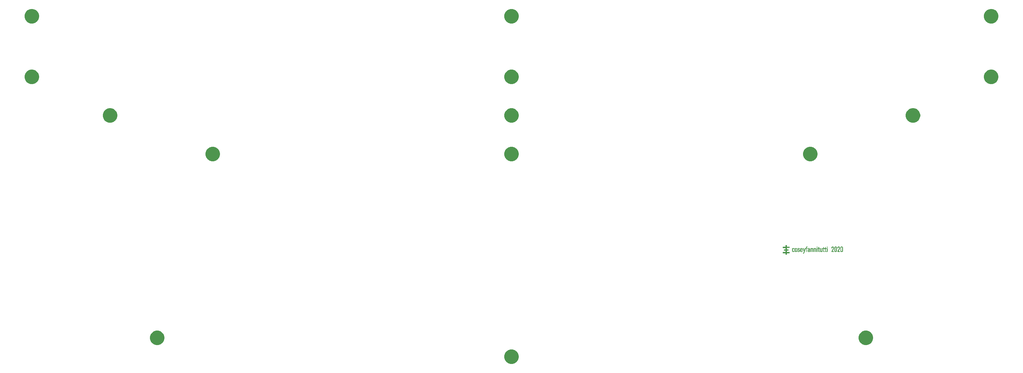
<source format=gts>
G04 #@! TF.GenerationSoftware,KiCad,Pcbnew,(5.1.6)-1*
G04 #@! TF.CreationDate,2020-07-14T19:48:19+04:00*
G04 #@! TF.ProjectId,discipline-pcb,64697363-6970-46c6-996e-652d7063622e,rev?*
G04 #@! TF.SameCoordinates,Original*
G04 #@! TF.FileFunction,Soldermask,Top*
G04 #@! TF.FilePolarity,Negative*
%FSLAX46Y46*%
G04 Gerber Fmt 4.6, Leading zero omitted, Abs format (unit mm)*
G04 Created by KiCad (PCBNEW (5.1.6)-1) date 2020-07-14 19:48:19*
%MOMM*%
%LPD*%
G01*
G04 APERTURE LIST*
%ADD10C,0.010000*%
%ADD11C,0.100000*%
G04 APERTURE END LIST*
D10*
G36*
X296533181Y-133414417D02*
G01*
X296537380Y-133429439D01*
X296544808Y-133456426D01*
X296555014Y-133493722D01*
X296567549Y-133539669D01*
X296581964Y-133592610D01*
X296597809Y-133650886D01*
X296614634Y-133712840D01*
X296631990Y-133776815D01*
X296649428Y-133841153D01*
X296666498Y-133904197D01*
X296682751Y-133964289D01*
X296697737Y-134019772D01*
X296711006Y-134068988D01*
X296722109Y-134110279D01*
X296730597Y-134141988D01*
X296735518Y-134160542D01*
X296743204Y-134188753D01*
X296750119Y-134212292D01*
X296755131Y-134227372D01*
X296756298Y-134230092D01*
X296758832Y-134225138D01*
X296764437Y-134207604D01*
X296772815Y-134178613D01*
X296783665Y-134139286D01*
X296796686Y-134090746D01*
X296811579Y-134034115D01*
X296828043Y-133970515D01*
X296845778Y-133901069D01*
X296864484Y-133826898D01*
X296869083Y-133808522D01*
X296976845Y-133377375D01*
X297057115Y-133377375D01*
X297094044Y-133377800D01*
X297118587Y-133379203D01*
X297132445Y-133381774D01*
X297137321Y-133385702D01*
X297137384Y-133386336D01*
X297135596Y-133397230D01*
X297130891Y-133417449D01*
X297124260Y-133442757D01*
X297123768Y-133444545D01*
X297120012Y-133458344D01*
X297112885Y-133484755D01*
X297102658Y-133522759D01*
X297089606Y-133571337D01*
X297074001Y-133629468D01*
X297056118Y-133696134D01*
X297036230Y-133770314D01*
X297014610Y-133850989D01*
X296991532Y-133937140D01*
X296967269Y-134027746D01*
X296942094Y-134121789D01*
X296932862Y-134156284D01*
X296907458Y-134250917D01*
X296882803Y-134342180D01*
X296859172Y-134429085D01*
X296836843Y-134510643D01*
X296816090Y-134585866D01*
X296797189Y-134653764D01*
X296780416Y-134713349D01*
X296766047Y-134763632D01*
X296754358Y-134803625D01*
X296745624Y-134832338D01*
X296740122Y-134848784D01*
X296738916Y-134851650D01*
X296710969Y-134894971D01*
X296674648Y-134930186D01*
X296628934Y-134957844D01*
X296572810Y-134978494D01*
X296505256Y-134992686D01*
X296468870Y-134997323D01*
X296424773Y-135001976D01*
X296424773Y-134846863D01*
X296469078Y-134843306D01*
X296520726Y-134832841D01*
X296564965Y-134810375D01*
X296601686Y-134775983D01*
X296629149Y-134733056D01*
X296636670Y-134714628D01*
X296646109Y-134686539D01*
X296656570Y-134652082D01*
X296667156Y-134614548D01*
X296676970Y-134577227D01*
X296685116Y-134543412D01*
X296690698Y-134516395D01*
X296692817Y-134499465D01*
X296692818Y-134499342D01*
X296690824Y-134489999D01*
X296685026Y-134468202D01*
X296675729Y-134434998D01*
X296663240Y-134391431D01*
X296647865Y-134338548D01*
X296629910Y-134277393D01*
X296609682Y-134209013D01*
X296587487Y-134134453D01*
X296563630Y-134054758D01*
X296538419Y-133970975D01*
X296527078Y-133933423D01*
X296501435Y-133848561D01*
X296477005Y-133767624D01*
X296454092Y-133691623D01*
X296432999Y-133621572D01*
X296414032Y-133558482D01*
X296397493Y-133503367D01*
X296383687Y-133457239D01*
X296372917Y-133421110D01*
X296365489Y-133395993D01*
X296361706Y-133382900D01*
X296361273Y-133381193D01*
X296367862Y-133379685D01*
X296385768Y-133378459D01*
X296412197Y-133377645D01*
X296441911Y-133377375D01*
X296522549Y-133377375D01*
X296533181Y-133414417D01*
G37*
X296533181Y-133414417D02*
X296537380Y-133429439D01*
X296544808Y-133456426D01*
X296555014Y-133493722D01*
X296567549Y-133539669D01*
X296581964Y-133592610D01*
X296597809Y-133650886D01*
X296614634Y-133712840D01*
X296631990Y-133776815D01*
X296649428Y-133841153D01*
X296666498Y-133904197D01*
X296682751Y-133964289D01*
X296697737Y-134019772D01*
X296711006Y-134068988D01*
X296722109Y-134110279D01*
X296730597Y-134141988D01*
X296735518Y-134160542D01*
X296743204Y-134188753D01*
X296750119Y-134212292D01*
X296755131Y-134227372D01*
X296756298Y-134230092D01*
X296758832Y-134225138D01*
X296764437Y-134207604D01*
X296772815Y-134178613D01*
X296783665Y-134139286D01*
X296796686Y-134090746D01*
X296811579Y-134034115D01*
X296828043Y-133970515D01*
X296845778Y-133901069D01*
X296864484Y-133826898D01*
X296869083Y-133808522D01*
X296976845Y-133377375D01*
X297057115Y-133377375D01*
X297094044Y-133377800D01*
X297118587Y-133379203D01*
X297132445Y-133381774D01*
X297137321Y-133385702D01*
X297137384Y-133386336D01*
X297135596Y-133397230D01*
X297130891Y-133417449D01*
X297124260Y-133442757D01*
X297123768Y-133444545D01*
X297120012Y-133458344D01*
X297112885Y-133484755D01*
X297102658Y-133522759D01*
X297089606Y-133571337D01*
X297074001Y-133629468D01*
X297056118Y-133696134D01*
X297036230Y-133770314D01*
X297014610Y-133850989D01*
X296991532Y-133937140D01*
X296967269Y-134027746D01*
X296942094Y-134121789D01*
X296932862Y-134156284D01*
X296907458Y-134250917D01*
X296882803Y-134342180D01*
X296859172Y-134429085D01*
X296836843Y-134510643D01*
X296816090Y-134585866D01*
X296797189Y-134653764D01*
X296780416Y-134713349D01*
X296766047Y-134763632D01*
X296754358Y-134803625D01*
X296745624Y-134832338D01*
X296740122Y-134848784D01*
X296738916Y-134851650D01*
X296710969Y-134894971D01*
X296674648Y-134930186D01*
X296628934Y-134957844D01*
X296572810Y-134978494D01*
X296505256Y-134992686D01*
X296468870Y-134997323D01*
X296424773Y-135001976D01*
X296424773Y-134846863D01*
X296469078Y-134843306D01*
X296520726Y-134832841D01*
X296564965Y-134810375D01*
X296601686Y-134775983D01*
X296629149Y-134733056D01*
X296636670Y-134714628D01*
X296646109Y-134686539D01*
X296656570Y-134652082D01*
X296667156Y-134614548D01*
X296676970Y-134577227D01*
X296685116Y-134543412D01*
X296690698Y-134516395D01*
X296692817Y-134499465D01*
X296692818Y-134499342D01*
X296690824Y-134489999D01*
X296685026Y-134468202D01*
X296675729Y-134434998D01*
X296663240Y-134391431D01*
X296647865Y-134338548D01*
X296629910Y-134277393D01*
X296609682Y-134209013D01*
X296587487Y-134134453D01*
X296563630Y-134054758D01*
X296538419Y-133970975D01*
X296527078Y-133933423D01*
X296501435Y-133848561D01*
X296477005Y-133767624D01*
X296454092Y-133691623D01*
X296432999Y-133621572D01*
X296414032Y-133558482D01*
X296397493Y-133503367D01*
X296383687Y-133457239D01*
X296372917Y-133421110D01*
X296365489Y-133395993D01*
X296361706Y-133382900D01*
X296361273Y-133381193D01*
X296367862Y-133379685D01*
X296385768Y-133378459D01*
X296412197Y-133377645D01*
X296441911Y-133377375D01*
X296522549Y-133377375D01*
X296533181Y-133414417D01*
G36*
X293388713Y-133358440D02*
G01*
X293460586Y-133369347D01*
X293524240Y-133391106D01*
X293579114Y-133423325D01*
X293624648Y-133465609D01*
X293660283Y-133517566D01*
X293680505Y-133563573D01*
X293686426Y-133584664D01*
X293692154Y-133612232D01*
X293697234Y-133642844D01*
X293701209Y-133673072D01*
X293703623Y-133699482D01*
X293704018Y-133718644D01*
X293702230Y-133726899D01*
X293694244Y-133728259D01*
X293675286Y-133729340D01*
X293648497Y-133730006D01*
X293627043Y-133730153D01*
X293555110Y-133730153D01*
X293550317Y-133683368D01*
X293542624Y-133637002D01*
X293529317Y-133600436D01*
X293508916Y-133569983D01*
X293501651Y-133561965D01*
X293474010Y-133536917D01*
X293445784Y-133520603D01*
X293412980Y-133511513D01*
X293371606Y-133508134D01*
X293359134Y-133508004D01*
X293312998Y-133510498D01*
X293276874Y-133518871D01*
X293247411Y-133534465D01*
X293221261Y-133558619D01*
X293215374Y-133565511D01*
X293205411Y-133577950D01*
X293197109Y-133589863D01*
X293190319Y-133602618D01*
X293184888Y-133617581D01*
X293180666Y-133636120D01*
X293177500Y-133659601D01*
X293175241Y-133689392D01*
X293173736Y-133726860D01*
X293172834Y-133773371D01*
X293172385Y-133830292D01*
X293172236Y-133898991D01*
X293172231Y-133955424D01*
X293172300Y-134255792D01*
X293188936Y-134291070D01*
X293213791Y-134330875D01*
X293246029Y-134359530D01*
X293286624Y-134377593D01*
X293336548Y-134385623D01*
X293354788Y-134386165D01*
X293400418Y-134384057D01*
X293436376Y-134376547D01*
X293466496Y-134362319D01*
X293494612Y-134340055D01*
X293497743Y-134337064D01*
X293527391Y-134298890D01*
X293546405Y-134253722D01*
X293553161Y-134205424D01*
X293553162Y-134205122D01*
X293553162Y-134181708D01*
X293708384Y-134181708D01*
X293708331Y-134201111D01*
X293702977Y-134257654D01*
X293688242Y-134315212D01*
X293665665Y-134369822D01*
X293636782Y-134417521D01*
X293613924Y-134444388D01*
X293575321Y-134475496D01*
X293527928Y-134502069D01*
X293476945Y-134521399D01*
X293455801Y-134526689D01*
X293422121Y-134531324D01*
X293380588Y-134533545D01*
X293336069Y-134533425D01*
X293293434Y-134531038D01*
X293257552Y-134526457D01*
X293244169Y-134523503D01*
X293180106Y-134500051D01*
X293126216Y-134466834D01*
X293082324Y-134423678D01*
X293048252Y-134370407D01*
X293023821Y-134306845D01*
X293023348Y-134305181D01*
X293020888Y-134293698D01*
X293018845Y-134277476D01*
X293017184Y-134255318D01*
X293015873Y-134226029D01*
X293014879Y-134188412D01*
X293014170Y-134141271D01*
X293013711Y-134083411D01*
X293013470Y-134013636D01*
X293013412Y-133945347D01*
X293013425Y-133869239D01*
X293013505Y-133805870D01*
X293013712Y-133753864D01*
X293014108Y-133711851D01*
X293014753Y-133678455D01*
X293015709Y-133652305D01*
X293017035Y-133632027D01*
X293018794Y-133616248D01*
X293021045Y-133603594D01*
X293023851Y-133592693D01*
X293027271Y-133582170D01*
X293029836Y-133574931D01*
X293059194Y-133511254D01*
X293097655Y-133458270D01*
X293144882Y-133416180D01*
X293200536Y-133385189D01*
X293264279Y-133365502D01*
X293335773Y-133357322D01*
X293388713Y-133358440D01*
G37*
X293388713Y-133358440D02*
X293460586Y-133369347D01*
X293524240Y-133391106D01*
X293579114Y-133423325D01*
X293624648Y-133465609D01*
X293660283Y-133517566D01*
X293680505Y-133563573D01*
X293686426Y-133584664D01*
X293692154Y-133612232D01*
X293697234Y-133642844D01*
X293701209Y-133673072D01*
X293703623Y-133699482D01*
X293704018Y-133718644D01*
X293702230Y-133726899D01*
X293694244Y-133728259D01*
X293675286Y-133729340D01*
X293648497Y-133730006D01*
X293627043Y-133730153D01*
X293555110Y-133730153D01*
X293550317Y-133683368D01*
X293542624Y-133637002D01*
X293529317Y-133600436D01*
X293508916Y-133569983D01*
X293501651Y-133561965D01*
X293474010Y-133536917D01*
X293445784Y-133520603D01*
X293412980Y-133511513D01*
X293371606Y-133508134D01*
X293359134Y-133508004D01*
X293312998Y-133510498D01*
X293276874Y-133518871D01*
X293247411Y-133534465D01*
X293221261Y-133558619D01*
X293215374Y-133565511D01*
X293205411Y-133577950D01*
X293197109Y-133589863D01*
X293190319Y-133602618D01*
X293184888Y-133617581D01*
X293180666Y-133636120D01*
X293177500Y-133659601D01*
X293175241Y-133689392D01*
X293173736Y-133726860D01*
X293172834Y-133773371D01*
X293172385Y-133830292D01*
X293172236Y-133898991D01*
X293172231Y-133955424D01*
X293172300Y-134255792D01*
X293188936Y-134291070D01*
X293213791Y-134330875D01*
X293246029Y-134359530D01*
X293286624Y-134377593D01*
X293336548Y-134385623D01*
X293354788Y-134386165D01*
X293400418Y-134384057D01*
X293436376Y-134376547D01*
X293466496Y-134362319D01*
X293494612Y-134340055D01*
X293497743Y-134337064D01*
X293527391Y-134298890D01*
X293546405Y-134253722D01*
X293553161Y-134205424D01*
X293553162Y-134205122D01*
X293553162Y-134181708D01*
X293708384Y-134181708D01*
X293708331Y-134201111D01*
X293702977Y-134257654D01*
X293688242Y-134315212D01*
X293665665Y-134369822D01*
X293636782Y-134417521D01*
X293613924Y-134444388D01*
X293575321Y-134475496D01*
X293527928Y-134502069D01*
X293476945Y-134521399D01*
X293455801Y-134526689D01*
X293422121Y-134531324D01*
X293380588Y-134533545D01*
X293336069Y-134533425D01*
X293293434Y-134531038D01*
X293257552Y-134526457D01*
X293244169Y-134523503D01*
X293180106Y-134500051D01*
X293126216Y-134466834D01*
X293082324Y-134423678D01*
X293048252Y-134370407D01*
X293023821Y-134306845D01*
X293023348Y-134305181D01*
X293020888Y-134293698D01*
X293018845Y-134277476D01*
X293017184Y-134255318D01*
X293015873Y-134226029D01*
X293014879Y-134188412D01*
X293014170Y-134141271D01*
X293013711Y-134083411D01*
X293013470Y-134013636D01*
X293013412Y-133945347D01*
X293013425Y-133869239D01*
X293013505Y-133805870D01*
X293013712Y-133753864D01*
X293014108Y-133711851D01*
X293014753Y-133678455D01*
X293015709Y-133652305D01*
X293017035Y-133632027D01*
X293018794Y-133616248D01*
X293021045Y-133603594D01*
X293023851Y-133592693D01*
X293027271Y-133582170D01*
X293029836Y-133574931D01*
X293059194Y-133511254D01*
X293097655Y-133458270D01*
X293144882Y-133416180D01*
X293200536Y-133385189D01*
X293264279Y-133365502D01*
X293335773Y-133357322D01*
X293388713Y-133358440D01*
G36*
X294263152Y-133362317D02*
G01*
X294327763Y-133379489D01*
X294384060Y-133407315D01*
X294431379Y-133445264D01*
X294469059Y-133492804D01*
X294496438Y-133549402D01*
X294512854Y-133614528D01*
X294512924Y-133614986D01*
X294515109Y-133637813D01*
X294516797Y-133674408D01*
X294517983Y-133724439D01*
X294518664Y-133787571D01*
X294518833Y-133863470D01*
X294518486Y-133951803D01*
X294518298Y-133978347D01*
X294517706Y-134053046D01*
X294517131Y-134115046D01*
X294516501Y-134165760D01*
X294515741Y-134206600D01*
X294514777Y-134238979D01*
X294513537Y-134264307D01*
X294511946Y-134283999D01*
X294509930Y-134299466D01*
X294507417Y-134312120D01*
X294504331Y-134323373D01*
X294500599Y-134334638D01*
X294499535Y-134337684D01*
X294472008Y-134396192D01*
X294434028Y-134445738D01*
X294386501Y-134485372D01*
X294331265Y-134513789D01*
X294298733Y-134522716D01*
X294256804Y-134529020D01*
X294209981Y-134532516D01*
X294162765Y-134533016D01*
X294119660Y-134530335D01*
X294085166Y-134524286D01*
X294084195Y-134524018D01*
X294021605Y-134500207D01*
X293969335Y-134466779D01*
X293927412Y-134423760D01*
X293895861Y-134371176D01*
X293874707Y-134309053D01*
X293874481Y-134308097D01*
X293871556Y-134288156D01*
X293869043Y-134256126D01*
X293866942Y-134213856D01*
X293865253Y-134163195D01*
X293863976Y-134105993D01*
X293863436Y-134067344D01*
X294019542Y-134067344D01*
X294019588Y-134118349D01*
X294019947Y-134159431D01*
X294020659Y-134191984D01*
X294021761Y-134217405D01*
X294023291Y-134237088D01*
X294025289Y-134252429D01*
X294027791Y-134264823D01*
X294029599Y-134271590D01*
X294047714Y-134316554D01*
X294073007Y-134349775D01*
X294106439Y-134371955D01*
X294148971Y-134383795D01*
X294186624Y-134386314D01*
X294220900Y-134384519D01*
X294250488Y-134379664D01*
X294264139Y-134375399D01*
X294299139Y-134355033D01*
X294326536Y-134325280D01*
X294338779Y-134305181D01*
X294342305Y-134298307D01*
X294345238Y-134291096D01*
X294347634Y-134282258D01*
X294349545Y-134270500D01*
X294351027Y-134254530D01*
X294352135Y-134233056D01*
X294352923Y-134204788D01*
X294353445Y-134168432D01*
X294353755Y-134122697D01*
X294353910Y-134066292D01*
X294353962Y-133997924D01*
X294353967Y-133945347D01*
X294353967Y-133613736D01*
X294334377Y-133580410D01*
X294306076Y-133545396D01*
X294268838Y-133521230D01*
X294222942Y-133508075D01*
X294207284Y-133506281D01*
X294154871Y-133507695D01*
X294110104Y-133520716D01*
X294073363Y-133545144D01*
X294045026Y-133580778D01*
X294037054Y-133596097D01*
X294033481Y-133604357D01*
X294030523Y-133613189D01*
X294028112Y-133623976D01*
X294026176Y-133638098D01*
X294024648Y-133656938D01*
X294023457Y-133681877D01*
X294022533Y-133714297D01*
X294021808Y-133755580D01*
X294021211Y-133807106D01*
X294020673Y-133870259D01*
X294020240Y-133929981D01*
X294019772Y-134005020D01*
X294019542Y-134067344D01*
X293863436Y-134067344D01*
X293863111Y-134044097D01*
X293862658Y-133979357D01*
X293862619Y-133913621D01*
X293862991Y-133848739D01*
X293863777Y-133786560D01*
X293864976Y-133728932D01*
X293866588Y-133677704D01*
X293868613Y-133634725D01*
X293871052Y-133601844D01*
X293873904Y-133580910D01*
X293874422Y-133578705D01*
X293896950Y-133517634D01*
X293929997Y-133465638D01*
X293972909Y-133423179D01*
X294025029Y-133390718D01*
X294085701Y-133368716D01*
X294154269Y-133357634D01*
X294190889Y-133356331D01*
X294263152Y-133362317D01*
G37*
X294263152Y-133362317D02*
X294327763Y-133379489D01*
X294384060Y-133407315D01*
X294431379Y-133445264D01*
X294469059Y-133492804D01*
X294496438Y-133549402D01*
X294512854Y-133614528D01*
X294512924Y-133614986D01*
X294515109Y-133637813D01*
X294516797Y-133674408D01*
X294517983Y-133724439D01*
X294518664Y-133787571D01*
X294518833Y-133863470D01*
X294518486Y-133951803D01*
X294518298Y-133978347D01*
X294517706Y-134053046D01*
X294517131Y-134115046D01*
X294516501Y-134165760D01*
X294515741Y-134206600D01*
X294514777Y-134238979D01*
X294513537Y-134264307D01*
X294511946Y-134283999D01*
X294509930Y-134299466D01*
X294507417Y-134312120D01*
X294504331Y-134323373D01*
X294500599Y-134334638D01*
X294499535Y-134337684D01*
X294472008Y-134396192D01*
X294434028Y-134445738D01*
X294386501Y-134485372D01*
X294331265Y-134513789D01*
X294298733Y-134522716D01*
X294256804Y-134529020D01*
X294209981Y-134532516D01*
X294162765Y-134533016D01*
X294119660Y-134530335D01*
X294085166Y-134524286D01*
X294084195Y-134524018D01*
X294021605Y-134500207D01*
X293969335Y-134466779D01*
X293927412Y-134423760D01*
X293895861Y-134371176D01*
X293874707Y-134309053D01*
X293874481Y-134308097D01*
X293871556Y-134288156D01*
X293869043Y-134256126D01*
X293866942Y-134213856D01*
X293865253Y-134163195D01*
X293863976Y-134105993D01*
X293863436Y-134067344D01*
X294019542Y-134067344D01*
X294019588Y-134118349D01*
X294019947Y-134159431D01*
X294020659Y-134191984D01*
X294021761Y-134217405D01*
X294023291Y-134237088D01*
X294025289Y-134252429D01*
X294027791Y-134264823D01*
X294029599Y-134271590D01*
X294047714Y-134316554D01*
X294073007Y-134349775D01*
X294106439Y-134371955D01*
X294148971Y-134383795D01*
X294186624Y-134386314D01*
X294220900Y-134384519D01*
X294250488Y-134379664D01*
X294264139Y-134375399D01*
X294299139Y-134355033D01*
X294326536Y-134325280D01*
X294338779Y-134305181D01*
X294342305Y-134298307D01*
X294345238Y-134291096D01*
X294347634Y-134282258D01*
X294349545Y-134270500D01*
X294351027Y-134254530D01*
X294352135Y-134233056D01*
X294352923Y-134204788D01*
X294353445Y-134168432D01*
X294353755Y-134122697D01*
X294353910Y-134066292D01*
X294353962Y-133997924D01*
X294353967Y-133945347D01*
X294353967Y-133613736D01*
X294334377Y-133580410D01*
X294306076Y-133545396D01*
X294268838Y-133521230D01*
X294222942Y-133508075D01*
X294207284Y-133506281D01*
X294154871Y-133507695D01*
X294110104Y-133520716D01*
X294073363Y-133545144D01*
X294045026Y-133580778D01*
X294037054Y-133596097D01*
X294033481Y-133604357D01*
X294030523Y-133613189D01*
X294028112Y-133623976D01*
X294026176Y-133638098D01*
X294024648Y-133656938D01*
X294023457Y-133681877D01*
X294022533Y-133714297D01*
X294021808Y-133755580D01*
X294021211Y-133807106D01*
X294020673Y-133870259D01*
X294020240Y-133929981D01*
X294019772Y-134005020D01*
X294019542Y-134067344D01*
X293863436Y-134067344D01*
X293863111Y-134044097D01*
X293862658Y-133979357D01*
X293862619Y-133913621D01*
X293862991Y-133848739D01*
X293863777Y-133786560D01*
X293864976Y-133728932D01*
X293866588Y-133677704D01*
X293868613Y-133634725D01*
X293871052Y-133601844D01*
X293873904Y-133580910D01*
X293874422Y-133578705D01*
X293896950Y-133517634D01*
X293929997Y-133465638D01*
X293972909Y-133423179D01*
X294025029Y-133390718D01*
X294085701Y-133368716D01*
X294154269Y-133357634D01*
X294190889Y-133356331D01*
X294263152Y-133362317D01*
G36*
X295069761Y-133358729D02*
G01*
X295129807Y-133369012D01*
X295185276Y-133387192D01*
X295233568Y-133413211D01*
X295264683Y-133439006D01*
X295291480Y-133473664D01*
X295314450Y-133517590D01*
X295331383Y-133566034D01*
X295337853Y-133596097D01*
X295343314Y-133629944D01*
X295345428Y-133652223D01*
X295342128Y-133665337D01*
X295331352Y-133671690D01*
X295311034Y-133673684D01*
X295279111Y-133673724D01*
X295271190Y-133673708D01*
X295197106Y-133673708D01*
X295197106Y-133653822D01*
X295191317Y-133612372D01*
X295175345Y-133572981D01*
X295151284Y-133538909D01*
X295121231Y-133513415D01*
X295100375Y-133503300D01*
X295069783Y-133496526D01*
X295032448Y-133494026D01*
X294993497Y-133495598D01*
X294958060Y-133501040D01*
X294931646Y-133509951D01*
X294895351Y-133536240D01*
X294868414Y-133572221D01*
X294851505Y-133616469D01*
X294845291Y-133667559D01*
X294846156Y-133692321D01*
X294854008Y-133736055D01*
X294870684Y-133772656D01*
X294897348Y-133803310D01*
X294935165Y-133829203D01*
X294985299Y-133851522D01*
X295011117Y-133860374D01*
X295077521Y-133881754D01*
X295131963Y-133899812D01*
X295175993Y-133915291D01*
X295211164Y-133928933D01*
X295239027Y-133941480D01*
X295261132Y-133953674D01*
X295279030Y-133966256D01*
X295294274Y-133979970D01*
X295308414Y-133995556D01*
X295317753Y-134007050D01*
X295345962Y-134052974D01*
X295364193Y-134107164D01*
X295372730Y-134170599D01*
X295373495Y-134199127D01*
X295369260Y-134274523D01*
X295356276Y-134339225D01*
X295334123Y-134393932D01*
X295302384Y-134439341D01*
X295260637Y-134476149D01*
X295208465Y-134505054D01*
X295183744Y-134514861D01*
X295161672Y-134521444D01*
X295136221Y-134526046D01*
X295104106Y-134529065D01*
X295062043Y-134530901D01*
X295048940Y-134531237D01*
X295012166Y-134531805D01*
X294979180Y-134531811D01*
X294953225Y-134531289D01*
X294937542Y-134530273D01*
X294936051Y-134530039D01*
X294870217Y-134511900D01*
X294814711Y-134484509D01*
X294769251Y-134447536D01*
X294733552Y-134400654D01*
X294707331Y-134343534D01*
X294690303Y-134275847D01*
X294685355Y-134239917D01*
X294680665Y-134195820D01*
X294828274Y-134195820D01*
X294833023Y-134236389D01*
X294844892Y-134288388D01*
X294867037Y-134330791D01*
X294899178Y-134363365D01*
X294941038Y-134385882D01*
X294992336Y-134398109D01*
X295031301Y-134400431D01*
X295088660Y-134395189D01*
X295136508Y-134379642D01*
X295174571Y-134354060D01*
X295202571Y-134318710D01*
X295220232Y-134273861D01*
X295227280Y-134219783D01*
X295227402Y-134209635D01*
X295225359Y-134172025D01*
X295219819Y-134144020D01*
X295216341Y-134135405D01*
X295194648Y-134104289D01*
X295163106Y-134076808D01*
X295120551Y-134052241D01*
X295065821Y-134029870D01*
X295024245Y-134016484D01*
X294974980Y-134000939D01*
X294927144Y-133984124D01*
X294883807Y-133967236D01*
X294848040Y-133951471D01*
X294823162Y-133938180D01*
X294795402Y-133916615D01*
X294766916Y-133887816D01*
X294741914Y-133856533D01*
X294724604Y-133827520D01*
X294724032Y-133826251D01*
X294706771Y-133773187D01*
X294698521Y-133714970D01*
X294698810Y-133654377D01*
X294707165Y-133594185D01*
X294723115Y-133537170D01*
X294746186Y-133486108D01*
X294775908Y-133443776D01*
X294791776Y-133427917D01*
X294835748Y-133397796D01*
X294888131Y-133375878D01*
X294946326Y-133362101D01*
X295007735Y-133356405D01*
X295069761Y-133358729D01*
G37*
X295069761Y-133358729D02*
X295129807Y-133369012D01*
X295185276Y-133387192D01*
X295233568Y-133413211D01*
X295264683Y-133439006D01*
X295291480Y-133473664D01*
X295314450Y-133517590D01*
X295331383Y-133566034D01*
X295337853Y-133596097D01*
X295343314Y-133629944D01*
X295345428Y-133652223D01*
X295342128Y-133665337D01*
X295331352Y-133671690D01*
X295311034Y-133673684D01*
X295279111Y-133673724D01*
X295271190Y-133673708D01*
X295197106Y-133673708D01*
X295197106Y-133653822D01*
X295191317Y-133612372D01*
X295175345Y-133572981D01*
X295151284Y-133538909D01*
X295121231Y-133513415D01*
X295100375Y-133503300D01*
X295069783Y-133496526D01*
X295032448Y-133494026D01*
X294993497Y-133495598D01*
X294958060Y-133501040D01*
X294931646Y-133509951D01*
X294895351Y-133536240D01*
X294868414Y-133572221D01*
X294851505Y-133616469D01*
X294845291Y-133667559D01*
X294846156Y-133692321D01*
X294854008Y-133736055D01*
X294870684Y-133772656D01*
X294897348Y-133803310D01*
X294935165Y-133829203D01*
X294985299Y-133851522D01*
X295011117Y-133860374D01*
X295077521Y-133881754D01*
X295131963Y-133899812D01*
X295175993Y-133915291D01*
X295211164Y-133928933D01*
X295239027Y-133941480D01*
X295261132Y-133953674D01*
X295279030Y-133966256D01*
X295294274Y-133979970D01*
X295308414Y-133995556D01*
X295317753Y-134007050D01*
X295345962Y-134052974D01*
X295364193Y-134107164D01*
X295372730Y-134170599D01*
X295373495Y-134199127D01*
X295369260Y-134274523D01*
X295356276Y-134339225D01*
X295334123Y-134393932D01*
X295302384Y-134439341D01*
X295260637Y-134476149D01*
X295208465Y-134505054D01*
X295183744Y-134514861D01*
X295161672Y-134521444D01*
X295136221Y-134526046D01*
X295104106Y-134529065D01*
X295062043Y-134530901D01*
X295048940Y-134531237D01*
X295012166Y-134531805D01*
X294979180Y-134531811D01*
X294953225Y-134531289D01*
X294937542Y-134530273D01*
X294936051Y-134530039D01*
X294870217Y-134511900D01*
X294814711Y-134484509D01*
X294769251Y-134447536D01*
X294733552Y-134400654D01*
X294707331Y-134343534D01*
X294690303Y-134275847D01*
X294685355Y-134239917D01*
X294680665Y-134195820D01*
X294828274Y-134195820D01*
X294833023Y-134236389D01*
X294844892Y-134288388D01*
X294867037Y-134330791D01*
X294899178Y-134363365D01*
X294941038Y-134385882D01*
X294992336Y-134398109D01*
X295031301Y-134400431D01*
X295088660Y-134395189D01*
X295136508Y-134379642D01*
X295174571Y-134354060D01*
X295202571Y-134318710D01*
X295220232Y-134273861D01*
X295227280Y-134219783D01*
X295227402Y-134209635D01*
X295225359Y-134172025D01*
X295219819Y-134144020D01*
X295216341Y-134135405D01*
X295194648Y-134104289D01*
X295163106Y-134076808D01*
X295120551Y-134052241D01*
X295065821Y-134029870D01*
X295024245Y-134016484D01*
X294974980Y-134000939D01*
X294927144Y-133984124D01*
X294883807Y-133967236D01*
X294848040Y-133951471D01*
X294823162Y-133938180D01*
X294795402Y-133916615D01*
X294766916Y-133887816D01*
X294741914Y-133856533D01*
X294724604Y-133827520D01*
X294724032Y-133826251D01*
X294706771Y-133773187D01*
X294698521Y-133714970D01*
X294698810Y-133654377D01*
X294707165Y-133594185D01*
X294723115Y-133537170D01*
X294746186Y-133486108D01*
X294775908Y-133443776D01*
X294791776Y-133427917D01*
X294835748Y-133397796D01*
X294888131Y-133375878D01*
X294946326Y-133362101D01*
X295007735Y-133356405D01*
X295069761Y-133358729D01*
G36*
X295961010Y-133366575D02*
G01*
X296023425Y-133386282D01*
X296078476Y-133416894D01*
X296124745Y-133457368D01*
X296160816Y-133506660D01*
X296167193Y-133518486D01*
X296178733Y-133542091D01*
X296187919Y-133563777D01*
X296195052Y-133585599D01*
X296200434Y-133609613D01*
X296204364Y-133637875D01*
X296207146Y-133672441D01*
X296209079Y-133715366D01*
X296210465Y-133768706D01*
X296211380Y-133820111D01*
X296214442Y-134012375D01*
X295689572Y-134012375D01*
X295692601Y-134130556D01*
X295694145Y-134178338D01*
X295696152Y-134214344D01*
X295698868Y-134240906D01*
X295702542Y-134260356D01*
X295707420Y-134275029D01*
X295708067Y-134276510D01*
X295734184Y-134321519D01*
X295767120Y-134354348D01*
X295807626Y-134375477D01*
X295856452Y-134385387D01*
X295879579Y-134386320D01*
X295914362Y-134384503D01*
X295944174Y-134379576D01*
X295957569Y-134375362D01*
X295995965Y-134351957D01*
X296026297Y-134318199D01*
X296047026Y-134276248D01*
X296055729Y-134237670D01*
X296059849Y-134202875D01*
X296213106Y-134202875D01*
X296213022Y-134239917D01*
X296206305Y-134301651D01*
X296187180Y-134360194D01*
X296156766Y-134412891D01*
X296124756Y-134449342D01*
X296080270Y-134485078D01*
X296032363Y-134510398D01*
X295978584Y-134526152D01*
X295916482Y-134533192D01*
X295881777Y-134533713D01*
X295848199Y-134532719D01*
X295816209Y-134530726D01*
X295791016Y-134528096D01*
X295783961Y-134526937D01*
X295725134Y-134508378D01*
X295671888Y-134477559D01*
X295625347Y-134435607D01*
X295586639Y-134383653D01*
X295556889Y-134322824D01*
X295545186Y-134287542D01*
X295541918Y-134274789D01*
X295539245Y-134260943D01*
X295537108Y-134244505D01*
X295535449Y-134223978D01*
X295534210Y-134197866D01*
X295533333Y-134164671D01*
X295532759Y-134122897D01*
X295532429Y-134071047D01*
X295532286Y-134007623D01*
X295532265Y-133955931D01*
X295532351Y-133878294D01*
X295532709Y-133813201D01*
X295533201Y-133779889D01*
X295690995Y-133779889D01*
X295690995Y-133864208D01*
X296050828Y-133864208D01*
X296050828Y-133766552D01*
X296049903Y-133713322D01*
X296046747Y-133671247D01*
X296040794Y-133637471D01*
X296031474Y-133609137D01*
X296018220Y-133583388D01*
X296012665Y-133574636D01*
X295983872Y-133543167D01*
X295947055Y-133520908D01*
X295905176Y-133508209D01*
X295861195Y-133505420D01*
X295818071Y-133512892D01*
X295778764Y-133530973D01*
X295760640Y-133544843D01*
X295736117Y-133570942D01*
X295717621Y-133600542D01*
X295704512Y-133635806D01*
X295696147Y-133678902D01*
X295691885Y-133731995D01*
X295690995Y-133779889D01*
X295533201Y-133779889D01*
X295533509Y-133759084D01*
X295534921Y-133714375D01*
X295537113Y-133677506D01*
X295540256Y-133646910D01*
X295544519Y-133621020D01*
X295550072Y-133598268D01*
X295557083Y-133577086D01*
X295565723Y-133555907D01*
X295576161Y-133533163D01*
X295578516Y-133528211D01*
X295611759Y-133474068D01*
X295654586Y-133429540D01*
X295705806Y-133395131D01*
X295764226Y-133371344D01*
X295828656Y-133358682D01*
X295897905Y-133357650D01*
X295961010Y-133366575D01*
G37*
X295961010Y-133366575D02*
X296023425Y-133386282D01*
X296078476Y-133416894D01*
X296124745Y-133457368D01*
X296160816Y-133506660D01*
X296167193Y-133518486D01*
X296178733Y-133542091D01*
X296187919Y-133563777D01*
X296195052Y-133585599D01*
X296200434Y-133609613D01*
X296204364Y-133637875D01*
X296207146Y-133672441D01*
X296209079Y-133715366D01*
X296210465Y-133768706D01*
X296211380Y-133820111D01*
X296214442Y-134012375D01*
X295689572Y-134012375D01*
X295692601Y-134130556D01*
X295694145Y-134178338D01*
X295696152Y-134214344D01*
X295698868Y-134240906D01*
X295702542Y-134260356D01*
X295707420Y-134275029D01*
X295708067Y-134276510D01*
X295734184Y-134321519D01*
X295767120Y-134354348D01*
X295807626Y-134375477D01*
X295856452Y-134385387D01*
X295879579Y-134386320D01*
X295914362Y-134384503D01*
X295944174Y-134379576D01*
X295957569Y-134375362D01*
X295995965Y-134351957D01*
X296026297Y-134318199D01*
X296047026Y-134276248D01*
X296055729Y-134237670D01*
X296059849Y-134202875D01*
X296213106Y-134202875D01*
X296213022Y-134239917D01*
X296206305Y-134301651D01*
X296187180Y-134360194D01*
X296156766Y-134412891D01*
X296124756Y-134449342D01*
X296080270Y-134485078D01*
X296032363Y-134510398D01*
X295978584Y-134526152D01*
X295916482Y-134533192D01*
X295881777Y-134533713D01*
X295848199Y-134532719D01*
X295816209Y-134530726D01*
X295791016Y-134528096D01*
X295783961Y-134526937D01*
X295725134Y-134508378D01*
X295671888Y-134477559D01*
X295625347Y-134435607D01*
X295586639Y-134383653D01*
X295556889Y-134322824D01*
X295545186Y-134287542D01*
X295541918Y-134274789D01*
X295539245Y-134260943D01*
X295537108Y-134244505D01*
X295535449Y-134223978D01*
X295534210Y-134197866D01*
X295533333Y-134164671D01*
X295532759Y-134122897D01*
X295532429Y-134071047D01*
X295532286Y-134007623D01*
X295532265Y-133955931D01*
X295532351Y-133878294D01*
X295532709Y-133813201D01*
X295533201Y-133779889D01*
X295690995Y-133779889D01*
X295690995Y-133864208D01*
X296050828Y-133864208D01*
X296050828Y-133766552D01*
X296049903Y-133713322D01*
X296046747Y-133671247D01*
X296040794Y-133637471D01*
X296031474Y-133609137D01*
X296018220Y-133583388D01*
X296012665Y-133574636D01*
X295983872Y-133543167D01*
X295947055Y-133520908D01*
X295905176Y-133508209D01*
X295861195Y-133505420D01*
X295818071Y-133512892D01*
X295778764Y-133530973D01*
X295760640Y-133544843D01*
X295736117Y-133570942D01*
X295717621Y-133600542D01*
X295704512Y-133635806D01*
X295696147Y-133678902D01*
X295691885Y-133731995D01*
X295690995Y-133779889D01*
X295533201Y-133779889D01*
X295533509Y-133759084D01*
X295534921Y-133714375D01*
X295537113Y-133677506D01*
X295540256Y-133646910D01*
X295544519Y-133621020D01*
X295550072Y-133598268D01*
X295557083Y-133577086D01*
X295565723Y-133555907D01*
X295576161Y-133533163D01*
X295578516Y-133528211D01*
X295611759Y-133474068D01*
X295654586Y-133429540D01*
X295705806Y-133395131D01*
X295764226Y-133371344D01*
X295828656Y-133358682D01*
X295897905Y-133357650D01*
X295961010Y-133366575D01*
G36*
X298293694Y-133367822D02*
G01*
X298356869Y-133386714D01*
X298410501Y-133415584D01*
X298455156Y-133454805D01*
X298491399Y-133504750D01*
X298514856Y-133553021D01*
X298518037Y-133561055D01*
X298520771Y-133568988D01*
X298523096Y-133577909D01*
X298525051Y-133588911D01*
X298526676Y-133603083D01*
X298528010Y-133621515D01*
X298529092Y-133645299D01*
X298529961Y-133675524D01*
X298530656Y-133713282D01*
X298531217Y-133759662D01*
X298531681Y-133815755D01*
X298532089Y-133882652D01*
X298532480Y-133961443D01*
X298532892Y-134053218D01*
X298532906Y-134056472D01*
X298534956Y-134520375D01*
X298386217Y-134520375D01*
X298386217Y-134419480D01*
X298365348Y-134448289D01*
X298334784Y-134479679D01*
X298293720Y-134505549D01*
X298245318Y-134523925D01*
X298243441Y-134524432D01*
X298213796Y-134529632D01*
X298175315Y-134532649D01*
X298132775Y-134533484D01*
X298090953Y-134532136D01*
X298054625Y-134528607D01*
X298033440Y-134524413D01*
X297978398Y-134503281D01*
X297933056Y-134472920D01*
X297897185Y-134432954D01*
X297870559Y-134383007D01*
X297852949Y-134322703D01*
X297844129Y-134251666D01*
X297842940Y-134209577D01*
X297843261Y-134202875D01*
X297988480Y-134202875D01*
X297990951Y-134261846D01*
X298000132Y-134309561D01*
X298016563Y-134347457D01*
X298040783Y-134376968D01*
X298059300Y-134391260D01*
X298093814Y-134407004D01*
X298136655Y-134416214D01*
X298183554Y-134418718D01*
X298230243Y-134414345D01*
X298272453Y-134402923D01*
X298279291Y-134400086D01*
X298317109Y-134378502D01*
X298345124Y-134350183D01*
X298366217Y-134313171D01*
X298371456Y-134300744D01*
X298375484Y-134288319D01*
X298378497Y-134273802D01*
X298380691Y-134255100D01*
X298382260Y-134230121D01*
X298383400Y-134196773D01*
X298384306Y-134152963D01*
X298384943Y-134112359D01*
X298387366Y-133947760D01*
X298254500Y-133950082D01*
X298208004Y-133950957D01*
X298173256Y-133951934D01*
X298147893Y-133953322D01*
X298129554Y-133955434D01*
X298115876Y-133958581D01*
X298104497Y-133963072D01*
X298093056Y-133969221D01*
X298088359Y-133971963D01*
X298051912Y-133999668D01*
X298024172Y-134035355D01*
X298004671Y-134080112D01*
X297992937Y-134135024D01*
X297988500Y-134201180D01*
X297988480Y-134202875D01*
X297843261Y-134202875D01*
X297846634Y-134132580D01*
X297858027Y-134066228D01*
X297877580Y-134009048D01*
X297905759Y-133959570D01*
X297931619Y-133927920D01*
X297957787Y-133902517D01*
X297985035Y-133882117D01*
X298015342Y-133866120D01*
X298050686Y-133853930D01*
X298093047Y-133844947D01*
X298144403Y-133838574D01*
X298206734Y-133834211D01*
X298247525Y-133832411D01*
X298387450Y-133827164D01*
X298384951Y-133720450D01*
X298383724Y-133677783D01*
X298382111Y-133646501D01*
X298379758Y-133623880D01*
X298376308Y-133607193D01*
X298371407Y-133593716D01*
X298367342Y-133585514D01*
X298340237Y-133546335D01*
X298306167Y-133518221D01*
X298263744Y-133500355D01*
X298211580Y-133491921D01*
X298207946Y-133491687D01*
X298160654Y-133492061D01*
X298122677Y-133500209D01*
X298090891Y-133517245D01*
X298063033Y-133543297D01*
X298035424Y-133584362D01*
X298021303Y-133629385D01*
X298019328Y-133655124D01*
X298019328Y-133680764D01*
X297864106Y-133680764D01*
X297864210Y-133654306D01*
X297865940Y-133633018D01*
X297870315Y-133605016D01*
X297874981Y-133582597D01*
X297895869Y-133521798D01*
X297927398Y-133469866D01*
X297968891Y-133427240D01*
X298019673Y-133394358D01*
X298079067Y-133371660D01*
X298146397Y-133359584D01*
X298220412Y-133358534D01*
X298293694Y-133367822D01*
G37*
X298293694Y-133367822D02*
X298356869Y-133386714D01*
X298410501Y-133415584D01*
X298455156Y-133454805D01*
X298491399Y-133504750D01*
X298514856Y-133553021D01*
X298518037Y-133561055D01*
X298520771Y-133568988D01*
X298523096Y-133577909D01*
X298525051Y-133588911D01*
X298526676Y-133603083D01*
X298528010Y-133621515D01*
X298529092Y-133645299D01*
X298529961Y-133675524D01*
X298530656Y-133713282D01*
X298531217Y-133759662D01*
X298531681Y-133815755D01*
X298532089Y-133882652D01*
X298532480Y-133961443D01*
X298532892Y-134053218D01*
X298532906Y-134056472D01*
X298534956Y-134520375D01*
X298386217Y-134520375D01*
X298386217Y-134419480D01*
X298365348Y-134448289D01*
X298334784Y-134479679D01*
X298293720Y-134505549D01*
X298245318Y-134523925D01*
X298243441Y-134524432D01*
X298213796Y-134529632D01*
X298175315Y-134532649D01*
X298132775Y-134533484D01*
X298090953Y-134532136D01*
X298054625Y-134528607D01*
X298033440Y-134524413D01*
X297978398Y-134503281D01*
X297933056Y-134472920D01*
X297897185Y-134432954D01*
X297870559Y-134383007D01*
X297852949Y-134322703D01*
X297844129Y-134251666D01*
X297842940Y-134209577D01*
X297843261Y-134202875D01*
X297988480Y-134202875D01*
X297990951Y-134261846D01*
X298000132Y-134309561D01*
X298016563Y-134347457D01*
X298040783Y-134376968D01*
X298059300Y-134391260D01*
X298093814Y-134407004D01*
X298136655Y-134416214D01*
X298183554Y-134418718D01*
X298230243Y-134414345D01*
X298272453Y-134402923D01*
X298279291Y-134400086D01*
X298317109Y-134378502D01*
X298345124Y-134350183D01*
X298366217Y-134313171D01*
X298371456Y-134300744D01*
X298375484Y-134288319D01*
X298378497Y-134273802D01*
X298380691Y-134255100D01*
X298382260Y-134230121D01*
X298383400Y-134196773D01*
X298384306Y-134152963D01*
X298384943Y-134112359D01*
X298387366Y-133947760D01*
X298254500Y-133950082D01*
X298208004Y-133950957D01*
X298173256Y-133951934D01*
X298147893Y-133953322D01*
X298129554Y-133955434D01*
X298115876Y-133958581D01*
X298104497Y-133963072D01*
X298093056Y-133969221D01*
X298088359Y-133971963D01*
X298051912Y-133999668D01*
X298024172Y-134035355D01*
X298004671Y-134080112D01*
X297992937Y-134135024D01*
X297988500Y-134201180D01*
X297988480Y-134202875D01*
X297843261Y-134202875D01*
X297846634Y-134132580D01*
X297858027Y-134066228D01*
X297877580Y-134009048D01*
X297905759Y-133959570D01*
X297931619Y-133927920D01*
X297957787Y-133902517D01*
X297985035Y-133882117D01*
X298015342Y-133866120D01*
X298050686Y-133853930D01*
X298093047Y-133844947D01*
X298144403Y-133838574D01*
X298206734Y-133834211D01*
X298247525Y-133832411D01*
X298387450Y-133827164D01*
X298384951Y-133720450D01*
X298383724Y-133677783D01*
X298382111Y-133646501D01*
X298379758Y-133623880D01*
X298376308Y-133607193D01*
X298371407Y-133593716D01*
X298367342Y-133585514D01*
X298340237Y-133546335D01*
X298306167Y-133518221D01*
X298263744Y-133500355D01*
X298211580Y-133491921D01*
X298207946Y-133491687D01*
X298160654Y-133492061D01*
X298122677Y-133500209D01*
X298090891Y-133517245D01*
X298063033Y-133543297D01*
X298035424Y-133584362D01*
X298021303Y-133629385D01*
X298019328Y-133655124D01*
X298019328Y-133680764D01*
X297864106Y-133680764D01*
X297864210Y-133654306D01*
X297865940Y-133633018D01*
X297870315Y-133605016D01*
X297874981Y-133582597D01*
X297895869Y-133521798D01*
X297927398Y-133469866D01*
X297968891Y-133427240D01*
X298019673Y-133394358D01*
X298079067Y-133371660D01*
X298146397Y-133359584D01*
X298220412Y-133358534D01*
X298293694Y-133367822D01*
G36*
X301857551Y-133810011D02*
G01*
X301857572Y-133903958D01*
X301857694Y-133984876D01*
X301858001Y-134053847D01*
X301858578Y-134111954D01*
X301859509Y-134160279D01*
X301860878Y-134199904D01*
X301862772Y-134231911D01*
X301865273Y-134257382D01*
X301868468Y-134277400D01*
X301872440Y-134293047D01*
X301877275Y-134305405D01*
X301883058Y-134315556D01*
X301889872Y-134324583D01*
X301897802Y-134333567D01*
X301898594Y-134334434D01*
X301921313Y-134355704D01*
X301945830Y-134370136D01*
X301975746Y-134379093D01*
X302014656Y-134383935D01*
X302032150Y-134384961D01*
X302064282Y-134386069D01*
X302086942Y-134385346D01*
X302104726Y-134382087D01*
X302122229Y-134375587D01*
X302136229Y-134368998D01*
X302164144Y-134352559D01*
X302183801Y-134333064D01*
X302194463Y-134317004D01*
X302213856Y-134284014D01*
X302215819Y-133830695D01*
X302217782Y-133377375D01*
X302379662Y-133377375D01*
X302379662Y-134520375D01*
X302217955Y-134520375D01*
X302215905Y-134463300D01*
X302213856Y-134406225D01*
X302191672Y-134437753D01*
X302156593Y-134475942D01*
X302111959Y-134505954D01*
X302069502Y-134523165D01*
X302033571Y-134530257D01*
X301990406Y-134533475D01*
X301945744Y-134532808D01*
X301905325Y-134528248D01*
X301884807Y-134523431D01*
X301833361Y-134500388D01*
X301788939Y-134465194D01*
X301751736Y-134418042D01*
X301722205Y-134359774D01*
X301705856Y-134319292D01*
X301703810Y-133848333D01*
X301701764Y-133377375D01*
X301857551Y-133377375D01*
X301857551Y-133810011D01*
G37*
X301857551Y-133810011D02*
X301857572Y-133903958D01*
X301857694Y-133984876D01*
X301858001Y-134053847D01*
X301858578Y-134111954D01*
X301859509Y-134160279D01*
X301860878Y-134199904D01*
X301862772Y-134231911D01*
X301865273Y-134257382D01*
X301868468Y-134277400D01*
X301872440Y-134293047D01*
X301877275Y-134305405D01*
X301883058Y-134315556D01*
X301889872Y-134324583D01*
X301897802Y-134333567D01*
X301898594Y-134334434D01*
X301921313Y-134355704D01*
X301945830Y-134370136D01*
X301975746Y-134379093D01*
X302014656Y-134383935D01*
X302032150Y-134384961D01*
X302064282Y-134386069D01*
X302086942Y-134385346D01*
X302104726Y-134382087D01*
X302122229Y-134375587D01*
X302136229Y-134368998D01*
X302164144Y-134352559D01*
X302183801Y-134333064D01*
X302194463Y-134317004D01*
X302213856Y-134284014D01*
X302215819Y-133830695D01*
X302217782Y-133377375D01*
X302379662Y-133377375D01*
X302379662Y-134520375D01*
X302217955Y-134520375D01*
X302215905Y-134463300D01*
X302213856Y-134406225D01*
X302191672Y-134437753D01*
X302156593Y-134475942D01*
X302111959Y-134505954D01*
X302069502Y-134523165D01*
X302033571Y-134530257D01*
X301990406Y-134533475D01*
X301945744Y-134532808D01*
X301905325Y-134528248D01*
X301884807Y-134523431D01*
X301833361Y-134500388D01*
X301788939Y-134465194D01*
X301751736Y-134418042D01*
X301722205Y-134359774D01*
X301705856Y-134319292D01*
X301703810Y-133848333D01*
X301701764Y-133377375D01*
X301857551Y-133377375D01*
X301857551Y-133810011D01*
G36*
X306564766Y-132907142D02*
G01*
X306620073Y-132916414D01*
X306667925Y-132932973D01*
X306711131Y-132957806D01*
X306752498Y-132991897D01*
X306754394Y-132993696D01*
X306794537Y-133040708D01*
X306824503Y-133095969D01*
X306842245Y-133148994D01*
X306844497Y-133164920D01*
X306846510Y-133193555D01*
X306848285Y-133233498D01*
X306849821Y-133283350D01*
X306851119Y-133341710D01*
X306852179Y-133407179D01*
X306853002Y-133478355D01*
X306853588Y-133553839D01*
X306853937Y-133632231D01*
X306854050Y-133712130D01*
X306853925Y-133792137D01*
X306853565Y-133870850D01*
X306852969Y-133946870D01*
X306852138Y-134018797D01*
X306851071Y-134085231D01*
X306849770Y-134144771D01*
X306848233Y-134196017D01*
X306846462Y-134237568D01*
X306844457Y-134268026D01*
X306842219Y-134285989D01*
X306842020Y-134286885D01*
X306820117Y-134351698D01*
X306787283Y-134407729D01*
X306744004Y-134454482D01*
X306690769Y-134491465D01*
X306628065Y-134518184D01*
X306607730Y-134524059D01*
X306574641Y-134529815D01*
X306532620Y-134533033D01*
X306486552Y-134533729D01*
X306441324Y-134531917D01*
X306401823Y-134527614D01*
X306380954Y-134523335D01*
X306323506Y-134501828D01*
X306270803Y-134470388D01*
X306225560Y-134431100D01*
X306190495Y-134386050D01*
X306181603Y-134370242D01*
X306172842Y-134349523D01*
X306163060Y-134321030D01*
X306154307Y-134290761D01*
X306153949Y-134289370D01*
X306151350Y-134278607D01*
X306149102Y-134267376D01*
X306147180Y-134254622D01*
X306145557Y-134239290D01*
X306144210Y-134220323D01*
X306143112Y-134196668D01*
X306142238Y-134167268D01*
X306141563Y-134131068D01*
X306141062Y-134087013D01*
X306140709Y-134034047D01*
X306140479Y-133971116D01*
X306140347Y-133897164D01*
X306140286Y-133811135D01*
X306140273Y-133719570D01*
X306140287Y-133621474D01*
X306140348Y-133536432D01*
X306140482Y-133463386D01*
X306140713Y-133401278D01*
X306141069Y-133349051D01*
X306141574Y-133305647D01*
X306142255Y-133270009D01*
X306143137Y-133241078D01*
X306144247Y-133217797D01*
X306145215Y-133204514D01*
X306299023Y-133204514D01*
X306299023Y-133716042D01*
X306299043Y-133813976D01*
X306299121Y-133898820D01*
X306299278Y-133971592D01*
X306299538Y-134033312D01*
X306299923Y-134085001D01*
X306300458Y-134127678D01*
X306301166Y-134162363D01*
X306302068Y-134190076D01*
X306303189Y-134211837D01*
X306304552Y-134228666D01*
X306306180Y-134241582D01*
X306308095Y-134251606D01*
X306310321Y-134259757D01*
X306311425Y-134263071D01*
X306333952Y-134309610D01*
X306365197Y-134345099D01*
X306405246Y-134369596D01*
X306454183Y-134383155D01*
X306496578Y-134386182D01*
X306530997Y-134385060D01*
X306557109Y-134381007D01*
X306580591Y-134372991D01*
X306588301Y-134369504D01*
X306626396Y-134346389D01*
X306655408Y-134316121D01*
X306677881Y-134276958D01*
X306694134Y-134241681D01*
X306694134Y-133197458D01*
X306677460Y-133160579D01*
X306656937Y-133126332D01*
X306629235Y-133095320D01*
X306598209Y-133071313D01*
X306574514Y-133059982D01*
X306540715Y-133053007D01*
X306500037Y-133050728D01*
X306458922Y-133053178D01*
X306427716Y-133059210D01*
X306387739Y-133077521D01*
X306352366Y-133106952D01*
X306324715Y-133144588D01*
X306315319Y-133164173D01*
X306299023Y-133204514D01*
X306145215Y-133204514D01*
X306145610Y-133199109D01*
X306147253Y-133183956D01*
X306149200Y-133171280D01*
X306151478Y-133160025D01*
X306154113Y-133149131D01*
X306154230Y-133148672D01*
X306172758Y-133091291D01*
X306197063Y-133044129D01*
X306229029Y-133003839D01*
X306244059Y-132989194D01*
X306287837Y-132954933D01*
X306334873Y-132930166D01*
X306387676Y-132914055D01*
X306448751Y-132905766D01*
X306499196Y-132904172D01*
X306564766Y-132907142D01*
G37*
X306564766Y-132907142D02*
X306620073Y-132916414D01*
X306667925Y-132932973D01*
X306711131Y-132957806D01*
X306752498Y-132991897D01*
X306754394Y-132993696D01*
X306794537Y-133040708D01*
X306824503Y-133095969D01*
X306842245Y-133148994D01*
X306844497Y-133164920D01*
X306846510Y-133193555D01*
X306848285Y-133233498D01*
X306849821Y-133283350D01*
X306851119Y-133341710D01*
X306852179Y-133407179D01*
X306853002Y-133478355D01*
X306853588Y-133553839D01*
X306853937Y-133632231D01*
X306854050Y-133712130D01*
X306853925Y-133792137D01*
X306853565Y-133870850D01*
X306852969Y-133946870D01*
X306852138Y-134018797D01*
X306851071Y-134085231D01*
X306849770Y-134144771D01*
X306848233Y-134196017D01*
X306846462Y-134237568D01*
X306844457Y-134268026D01*
X306842219Y-134285989D01*
X306842020Y-134286885D01*
X306820117Y-134351698D01*
X306787283Y-134407729D01*
X306744004Y-134454482D01*
X306690769Y-134491465D01*
X306628065Y-134518184D01*
X306607730Y-134524059D01*
X306574641Y-134529815D01*
X306532620Y-134533033D01*
X306486552Y-134533729D01*
X306441324Y-134531917D01*
X306401823Y-134527614D01*
X306380954Y-134523335D01*
X306323506Y-134501828D01*
X306270803Y-134470388D01*
X306225560Y-134431100D01*
X306190495Y-134386050D01*
X306181603Y-134370242D01*
X306172842Y-134349523D01*
X306163060Y-134321030D01*
X306154307Y-134290761D01*
X306153949Y-134289370D01*
X306151350Y-134278607D01*
X306149102Y-134267376D01*
X306147180Y-134254622D01*
X306145557Y-134239290D01*
X306144210Y-134220323D01*
X306143112Y-134196668D01*
X306142238Y-134167268D01*
X306141563Y-134131068D01*
X306141062Y-134087013D01*
X306140709Y-134034047D01*
X306140479Y-133971116D01*
X306140347Y-133897164D01*
X306140286Y-133811135D01*
X306140273Y-133719570D01*
X306140287Y-133621474D01*
X306140348Y-133536432D01*
X306140482Y-133463386D01*
X306140713Y-133401278D01*
X306141069Y-133349051D01*
X306141574Y-133305647D01*
X306142255Y-133270009D01*
X306143137Y-133241078D01*
X306144247Y-133217797D01*
X306145215Y-133204514D01*
X306299023Y-133204514D01*
X306299023Y-133716042D01*
X306299043Y-133813976D01*
X306299121Y-133898820D01*
X306299278Y-133971592D01*
X306299538Y-134033312D01*
X306299923Y-134085001D01*
X306300458Y-134127678D01*
X306301166Y-134162363D01*
X306302068Y-134190076D01*
X306303189Y-134211837D01*
X306304552Y-134228666D01*
X306306180Y-134241582D01*
X306308095Y-134251606D01*
X306310321Y-134259757D01*
X306311425Y-134263071D01*
X306333952Y-134309610D01*
X306365197Y-134345099D01*
X306405246Y-134369596D01*
X306454183Y-134383155D01*
X306496578Y-134386182D01*
X306530997Y-134385060D01*
X306557109Y-134381007D01*
X306580591Y-134372991D01*
X306588301Y-134369504D01*
X306626396Y-134346389D01*
X306655408Y-134316121D01*
X306677881Y-134276958D01*
X306694134Y-134241681D01*
X306694134Y-133197458D01*
X306677460Y-133160579D01*
X306656937Y-133126332D01*
X306629235Y-133095320D01*
X306598209Y-133071313D01*
X306574514Y-133059982D01*
X306540715Y-133053007D01*
X306500037Y-133050728D01*
X306458922Y-133053178D01*
X306427716Y-133059210D01*
X306387739Y-133077521D01*
X306352366Y-133106952D01*
X306324715Y-133144588D01*
X306315319Y-133164173D01*
X306299023Y-133204514D01*
X306145215Y-133204514D01*
X306145610Y-133199109D01*
X306147253Y-133183956D01*
X306149200Y-133171280D01*
X306151478Y-133160025D01*
X306154113Y-133149131D01*
X306154230Y-133148672D01*
X306172758Y-133091291D01*
X306197063Y-133044129D01*
X306229029Y-133003839D01*
X306244059Y-132989194D01*
X306287837Y-132954933D01*
X306334873Y-132930166D01*
X306387676Y-132914055D01*
X306448751Y-132905766D01*
X306499196Y-132904172D01*
X306564766Y-132907142D01*
G36*
X308398275Y-132906944D02*
G01*
X308437920Y-132911781D01*
X308455870Y-132915533D01*
X308518420Y-132938512D01*
X308572758Y-132972674D01*
X308618106Y-133017208D01*
X308653688Y-133071303D01*
X308678726Y-133134148D01*
X308683747Y-133153226D01*
X308685770Y-133163733D01*
X308687524Y-133177542D01*
X308689026Y-133195629D01*
X308690294Y-133218971D01*
X308691346Y-133248545D01*
X308692200Y-133285327D01*
X308692875Y-133330293D01*
X308693387Y-133384420D01*
X308693755Y-133448684D01*
X308693997Y-133524061D01*
X308694131Y-133611529D01*
X308694175Y-133712063D01*
X308694175Y-133719570D01*
X308694162Y-133822512D01*
X308694082Y-133912375D01*
X308693871Y-133990188D01*
X308693468Y-134056984D01*
X308692810Y-134113792D01*
X308691834Y-134161644D01*
X308690479Y-134201571D01*
X308688682Y-134234604D01*
X308686380Y-134261773D01*
X308683512Y-134284111D01*
X308680014Y-134302647D01*
X308675824Y-134318413D01*
X308670881Y-134332440D01*
X308665121Y-134345758D01*
X308658481Y-134359400D01*
X308655035Y-134366225D01*
X308621328Y-134417489D01*
X308576698Y-134461214D01*
X308522908Y-134496041D01*
X308461721Y-134520614D01*
X308450674Y-134523683D01*
X308417159Y-134529585D01*
X308374904Y-134532950D01*
X308328757Y-134533780D01*
X308283566Y-134532076D01*
X308244177Y-134527841D01*
X308223528Y-134523609D01*
X308159714Y-134500428D01*
X308105783Y-134467605D01*
X308061014Y-134424473D01*
X308024684Y-134370368D01*
X308001208Y-134318728D01*
X307985301Y-134276958D01*
X307985301Y-133723097D01*
X307985314Y-133621316D01*
X307985371Y-133532661D01*
X307985448Y-133483455D01*
X308137843Y-133483455D01*
X308137871Y-133560110D01*
X308138120Y-133648851D01*
X308138534Y-133747792D01*
X308138994Y-133843237D01*
X308139457Y-133925610D01*
X308139951Y-133995954D01*
X308140507Y-134055306D01*
X308141152Y-134104708D01*
X308141918Y-134145200D01*
X308142832Y-134177822D01*
X308143925Y-134203614D01*
X308145226Y-134223616D01*
X308146764Y-134238868D01*
X308148569Y-134250411D01*
X308150670Y-134259285D01*
X308153096Y-134266530D01*
X308153188Y-134266770D01*
X308177301Y-134312821D01*
X308209785Y-134347605D01*
X308250824Y-134371241D01*
X308300601Y-134383846D01*
X308338078Y-134386182D01*
X308372497Y-134385060D01*
X308398609Y-134381007D01*
X308422091Y-134372991D01*
X308429801Y-134369504D01*
X308467896Y-134346389D01*
X308496908Y-134316121D01*
X308519381Y-134276958D01*
X308535634Y-134241681D01*
X308535634Y-133197458D01*
X308518915Y-133160476D01*
X308494549Y-133121111D01*
X308461116Y-133087418D01*
X308422750Y-133063526D01*
X308421138Y-133062818D01*
X308394256Y-133055532D01*
X308359110Y-133051778D01*
X308321048Y-133051563D01*
X308285418Y-133054891D01*
X308257567Y-133061769D01*
X308255438Y-133062643D01*
X308221060Y-133082781D01*
X308189887Y-133110504D01*
X308167005Y-133141193D01*
X308165189Y-133144596D01*
X308159778Y-133156000D01*
X308155088Y-133168206D01*
X308151073Y-133182242D01*
X308147689Y-133199132D01*
X308144889Y-133219902D01*
X308142630Y-133245579D01*
X308140865Y-133277187D01*
X308139549Y-133315753D01*
X308138637Y-133362303D01*
X308138084Y-133417861D01*
X308137843Y-133483455D01*
X307985448Y-133483455D01*
X307985491Y-133456146D01*
X307985699Y-133390788D01*
X307986015Y-133335600D01*
X307986462Y-133289598D01*
X307987062Y-133251797D01*
X307987838Y-133221211D01*
X307988811Y-133196856D01*
X307990003Y-133177746D01*
X307991436Y-133162897D01*
X307993134Y-133151323D01*
X307995117Y-133142039D01*
X307997408Y-133134060D01*
X307998615Y-133130431D01*
X308015655Y-133086096D01*
X308034048Y-133050779D01*
X308056696Y-133019468D01*
X308074475Y-132999526D01*
X308114916Y-132965145D01*
X308164462Y-132936328D01*
X308218417Y-132915687D01*
X308231245Y-132912302D01*
X308264471Y-132907115D01*
X308306651Y-132904541D01*
X308352886Y-132904507D01*
X308398275Y-132906944D01*
G37*
X308398275Y-132906944D02*
X308437920Y-132911781D01*
X308455870Y-132915533D01*
X308518420Y-132938512D01*
X308572758Y-132972674D01*
X308618106Y-133017208D01*
X308653688Y-133071303D01*
X308678726Y-133134148D01*
X308683747Y-133153226D01*
X308685770Y-133163733D01*
X308687524Y-133177542D01*
X308689026Y-133195629D01*
X308690294Y-133218971D01*
X308691346Y-133248545D01*
X308692200Y-133285327D01*
X308692875Y-133330293D01*
X308693387Y-133384420D01*
X308693755Y-133448684D01*
X308693997Y-133524061D01*
X308694131Y-133611529D01*
X308694175Y-133712063D01*
X308694175Y-133719570D01*
X308694162Y-133822512D01*
X308694082Y-133912375D01*
X308693871Y-133990188D01*
X308693468Y-134056984D01*
X308692810Y-134113792D01*
X308691834Y-134161644D01*
X308690479Y-134201571D01*
X308688682Y-134234604D01*
X308686380Y-134261773D01*
X308683512Y-134284111D01*
X308680014Y-134302647D01*
X308675824Y-134318413D01*
X308670881Y-134332440D01*
X308665121Y-134345758D01*
X308658481Y-134359400D01*
X308655035Y-134366225D01*
X308621328Y-134417489D01*
X308576698Y-134461214D01*
X308522908Y-134496041D01*
X308461721Y-134520614D01*
X308450674Y-134523683D01*
X308417159Y-134529585D01*
X308374904Y-134532950D01*
X308328757Y-134533780D01*
X308283566Y-134532076D01*
X308244177Y-134527841D01*
X308223528Y-134523609D01*
X308159714Y-134500428D01*
X308105783Y-134467605D01*
X308061014Y-134424473D01*
X308024684Y-134370368D01*
X308001208Y-134318728D01*
X307985301Y-134276958D01*
X307985301Y-133723097D01*
X307985314Y-133621316D01*
X307985371Y-133532661D01*
X307985448Y-133483455D01*
X308137843Y-133483455D01*
X308137871Y-133560110D01*
X308138120Y-133648851D01*
X308138534Y-133747792D01*
X308138994Y-133843237D01*
X308139457Y-133925610D01*
X308139951Y-133995954D01*
X308140507Y-134055306D01*
X308141152Y-134104708D01*
X308141918Y-134145200D01*
X308142832Y-134177822D01*
X308143925Y-134203614D01*
X308145226Y-134223616D01*
X308146764Y-134238868D01*
X308148569Y-134250411D01*
X308150670Y-134259285D01*
X308153096Y-134266530D01*
X308153188Y-134266770D01*
X308177301Y-134312821D01*
X308209785Y-134347605D01*
X308250824Y-134371241D01*
X308300601Y-134383846D01*
X308338078Y-134386182D01*
X308372497Y-134385060D01*
X308398609Y-134381007D01*
X308422091Y-134372991D01*
X308429801Y-134369504D01*
X308467896Y-134346389D01*
X308496908Y-134316121D01*
X308519381Y-134276958D01*
X308535634Y-134241681D01*
X308535634Y-133197458D01*
X308518915Y-133160476D01*
X308494549Y-133121111D01*
X308461116Y-133087418D01*
X308422750Y-133063526D01*
X308421138Y-133062818D01*
X308394256Y-133055532D01*
X308359110Y-133051778D01*
X308321048Y-133051563D01*
X308285418Y-133054891D01*
X308257567Y-133061769D01*
X308255438Y-133062643D01*
X308221060Y-133082781D01*
X308189887Y-133110504D01*
X308167005Y-133141193D01*
X308165189Y-133144596D01*
X308159778Y-133156000D01*
X308155088Y-133168206D01*
X308151073Y-133182242D01*
X308147689Y-133199132D01*
X308144889Y-133219902D01*
X308142630Y-133245579D01*
X308140865Y-133277187D01*
X308139549Y-133315753D01*
X308138637Y-133362303D01*
X308138084Y-133417861D01*
X308137843Y-133483455D01*
X307985448Y-133483455D01*
X307985491Y-133456146D01*
X307985699Y-133390788D01*
X307986015Y-133335600D01*
X307986462Y-133289598D01*
X307987062Y-133251797D01*
X307987838Y-133221211D01*
X307988811Y-133196856D01*
X307990003Y-133177746D01*
X307991436Y-133162897D01*
X307993134Y-133151323D01*
X307995117Y-133142039D01*
X307997408Y-133134060D01*
X307998615Y-133130431D01*
X308015655Y-133086096D01*
X308034048Y-133050779D01*
X308056696Y-133019468D01*
X308074475Y-132999526D01*
X308114916Y-132965145D01*
X308164462Y-132936328D01*
X308218417Y-132915687D01*
X308231245Y-132912302D01*
X308264471Y-132907115D01*
X308306651Y-132904541D01*
X308352886Y-132904507D01*
X308398275Y-132906944D01*
G36*
X301294740Y-133209806D02*
G01*
X301296634Y-133373847D01*
X301511828Y-133377743D01*
X301511828Y-133525542D01*
X301292215Y-133525542D01*
X301294425Y-133901250D01*
X301296634Y-134276958D01*
X301313010Y-134310206D01*
X301329487Y-134337238D01*
X301349671Y-134356217D01*
X301376253Y-134368513D01*
X301411928Y-134375500D01*
X301446302Y-134378081D01*
X301511828Y-134380947D01*
X301511828Y-134527431D01*
X301439509Y-134526839D01*
X301403728Y-134525700D01*
X301368394Y-134523143D01*
X301338991Y-134519620D01*
X301328384Y-134517673D01*
X301300676Y-134510225D01*
X301273883Y-134500935D01*
X301263000Y-134496237D01*
X301230386Y-134474116D01*
X301199603Y-134441743D01*
X301173738Y-134402919D01*
X301157428Y-134366235D01*
X301154031Y-134355891D01*
X301151149Y-134345755D01*
X301148732Y-134334609D01*
X301146732Y-134321235D01*
X301145098Y-134304415D01*
X301143783Y-134282931D01*
X301142735Y-134255566D01*
X301141906Y-134221100D01*
X301141247Y-134178317D01*
X301140708Y-134125998D01*
X301140240Y-134062925D01*
X301139794Y-133987880D01*
X301139440Y-133922417D01*
X301137330Y-133525542D01*
X301017940Y-133525542D01*
X301017940Y-133377375D01*
X301137884Y-133377375D01*
X301137884Y-133045764D01*
X301292846Y-133045764D01*
X301294740Y-133209806D01*
G37*
X301294740Y-133209806D02*
X301296634Y-133373847D01*
X301511828Y-133377743D01*
X301511828Y-133525542D01*
X301292215Y-133525542D01*
X301294425Y-133901250D01*
X301296634Y-134276958D01*
X301313010Y-134310206D01*
X301329487Y-134337238D01*
X301349671Y-134356217D01*
X301376253Y-134368513D01*
X301411928Y-134375500D01*
X301446302Y-134378081D01*
X301511828Y-134380947D01*
X301511828Y-134527431D01*
X301439509Y-134526839D01*
X301403728Y-134525700D01*
X301368394Y-134523143D01*
X301338991Y-134519620D01*
X301328384Y-134517673D01*
X301300676Y-134510225D01*
X301273883Y-134500935D01*
X301263000Y-134496237D01*
X301230386Y-134474116D01*
X301199603Y-134441743D01*
X301173738Y-134402919D01*
X301157428Y-134366235D01*
X301154031Y-134355891D01*
X301151149Y-134345755D01*
X301148732Y-134334609D01*
X301146732Y-134321235D01*
X301145098Y-134304415D01*
X301143783Y-134282931D01*
X301142735Y-134255566D01*
X301141906Y-134221100D01*
X301141247Y-134178317D01*
X301140708Y-134125998D01*
X301140240Y-134062925D01*
X301139794Y-133987880D01*
X301139440Y-133922417D01*
X301137330Y-133525542D01*
X301017940Y-133525542D01*
X301017940Y-133377375D01*
X301137884Y-133377375D01*
X301137884Y-133045764D01*
X301292846Y-133045764D01*
X301294740Y-133209806D01*
G36*
X302810051Y-133377375D02*
G01*
X303028773Y-133377375D01*
X303028773Y-133525542D01*
X302810051Y-133525542D01*
X302810360Y-133897722D01*
X302810465Y-133983579D01*
X302810683Y-134056500D01*
X302811101Y-134117662D01*
X302811805Y-134168240D01*
X302812884Y-134209410D01*
X302814422Y-134242347D01*
X302816508Y-134268227D01*
X302819227Y-134288227D01*
X302822667Y-134303522D01*
X302826915Y-134315286D01*
X302832057Y-134324698D01*
X302838181Y-134332931D01*
X302842894Y-134338394D01*
X302870089Y-134359635D01*
X302907342Y-134373008D01*
X302955567Y-134378805D01*
X302970565Y-134379109D01*
X303028773Y-134379264D01*
X303028773Y-134527431D01*
X302956453Y-134526601D01*
X302921751Y-134525693D01*
X302888548Y-134523945D01*
X302861825Y-134521657D01*
X302851974Y-134520324D01*
X302795789Y-134504827D01*
X302748899Y-134478872D01*
X302711198Y-134442338D01*
X302682581Y-134395101D01*
X302662941Y-134337039D01*
X302654705Y-134291657D01*
X302653419Y-134274745D01*
X302652208Y-134245306D01*
X302651100Y-134204924D01*
X302650120Y-134155184D01*
X302649293Y-134097669D01*
X302648647Y-134033964D01*
X302648208Y-133965653D01*
X302648000Y-133894320D01*
X302647991Y-133883611D01*
X302647773Y-133525542D01*
X302534884Y-133525542D01*
X302534884Y-133377375D01*
X302647773Y-133377375D01*
X302647773Y-133045764D01*
X302810051Y-133045764D01*
X302810051Y-133377375D01*
G37*
X302810051Y-133377375D02*
X303028773Y-133377375D01*
X303028773Y-133525542D01*
X302810051Y-133525542D01*
X302810360Y-133897722D01*
X302810465Y-133983579D01*
X302810683Y-134056500D01*
X302811101Y-134117662D01*
X302811805Y-134168240D01*
X302812884Y-134209410D01*
X302814422Y-134242347D01*
X302816508Y-134268227D01*
X302819227Y-134288227D01*
X302822667Y-134303522D01*
X302826915Y-134315286D01*
X302832057Y-134324698D01*
X302838181Y-134332931D01*
X302842894Y-134338394D01*
X302870089Y-134359635D01*
X302907342Y-134373008D01*
X302955567Y-134378805D01*
X302970565Y-134379109D01*
X303028773Y-134379264D01*
X303028773Y-134527431D01*
X302956453Y-134526601D01*
X302921751Y-134525693D01*
X302888548Y-134523945D01*
X302861825Y-134521657D01*
X302851974Y-134520324D01*
X302795789Y-134504827D01*
X302748899Y-134478872D01*
X302711198Y-134442338D01*
X302682581Y-134395101D01*
X302662941Y-134337039D01*
X302654705Y-134291657D01*
X302653419Y-134274745D01*
X302652208Y-134245306D01*
X302651100Y-134204924D01*
X302650120Y-134155184D01*
X302649293Y-134097669D01*
X302648647Y-134033964D01*
X302648208Y-133965653D01*
X302648000Y-133894320D01*
X302647991Y-133883611D01*
X302647773Y-133525542D01*
X302534884Y-133525542D01*
X302534884Y-133377375D01*
X302647773Y-133377375D01*
X302647773Y-133045764D01*
X302810051Y-133045764D01*
X302810051Y-133377375D01*
G36*
X303402717Y-133377375D02*
G01*
X303621440Y-133377375D01*
X303621440Y-133525542D01*
X303402717Y-133525542D01*
X303402717Y-133895071D01*
X303402768Y-133978937D01*
X303402943Y-134049864D01*
X303403272Y-134109027D01*
X303403788Y-134157599D01*
X303404521Y-134196752D01*
X303405504Y-134227660D01*
X303406769Y-134251495D01*
X303408346Y-134269432D01*
X303410267Y-134282642D01*
X303412564Y-134292300D01*
X303413486Y-134295124D01*
X303429712Y-134328751D01*
X303452273Y-134352981D01*
X303482902Y-134368786D01*
X303523334Y-134377140D01*
X303563231Y-134379109D01*
X303621440Y-134379264D01*
X303621440Y-134527431D01*
X303549120Y-134526601D01*
X303514337Y-134525685D01*
X303480975Y-134523915D01*
X303454053Y-134521596D01*
X303444138Y-134520252D01*
X303388366Y-134505002D01*
X303341925Y-134479456D01*
X303304376Y-134443208D01*
X303275283Y-134395850D01*
X303256826Y-134346388D01*
X303254183Y-134335945D01*
X303251925Y-134323402D01*
X303250010Y-134307561D01*
X303248399Y-134287225D01*
X303247049Y-134261197D01*
X303245921Y-134228280D01*
X303244975Y-134187278D01*
X303244168Y-134136993D01*
X303243460Y-134076228D01*
X303242811Y-134003786D01*
X303242180Y-133918471D01*
X303242159Y-133915361D01*
X303239481Y-133525542D01*
X303127551Y-133525542D01*
X303127551Y-133377375D01*
X303240440Y-133377375D01*
X303240440Y-133045764D01*
X303402717Y-133045764D01*
X303402717Y-133377375D01*
G37*
X303402717Y-133377375D02*
X303621440Y-133377375D01*
X303621440Y-133525542D01*
X303402717Y-133525542D01*
X303402717Y-133895071D01*
X303402768Y-133978937D01*
X303402943Y-134049864D01*
X303403272Y-134109027D01*
X303403788Y-134157599D01*
X303404521Y-134196752D01*
X303405504Y-134227660D01*
X303406769Y-134251495D01*
X303408346Y-134269432D01*
X303410267Y-134282642D01*
X303412564Y-134292300D01*
X303413486Y-134295124D01*
X303429712Y-134328751D01*
X303452273Y-134352981D01*
X303482902Y-134368786D01*
X303523334Y-134377140D01*
X303563231Y-134379109D01*
X303621440Y-134379264D01*
X303621440Y-134527431D01*
X303549120Y-134526601D01*
X303514337Y-134525685D01*
X303480975Y-134523915D01*
X303454053Y-134521596D01*
X303444138Y-134520252D01*
X303388366Y-134505002D01*
X303341925Y-134479456D01*
X303304376Y-134443208D01*
X303275283Y-134395850D01*
X303256826Y-134346388D01*
X303254183Y-134335945D01*
X303251925Y-134323402D01*
X303250010Y-134307561D01*
X303248399Y-134287225D01*
X303247049Y-134261197D01*
X303245921Y-134228280D01*
X303244975Y-134187278D01*
X303244168Y-134136993D01*
X303243460Y-134076228D01*
X303242811Y-134003786D01*
X303242180Y-133918471D01*
X303242159Y-133915361D01*
X303239481Y-133525542D01*
X303127551Y-133525542D01*
X303127551Y-133377375D01*
X303240440Y-133377375D01*
X303240440Y-133045764D01*
X303402717Y-133045764D01*
X303402717Y-133377375D01*
G36*
X297722995Y-133066931D02*
G01*
X297649371Y-133066931D01*
X297607190Y-133067757D01*
X297575919Y-133070764D01*
X297552425Y-133076747D01*
X297533577Y-133086498D01*
X297516454Y-133100608D01*
X297501018Y-133119795D01*
X297489685Y-133144994D01*
X297482031Y-133178124D01*
X297477634Y-133221100D01*
X297476068Y-133275838D01*
X297476051Y-133283406D01*
X297476051Y-133377375D01*
X297722995Y-133377375D01*
X297722995Y-133511431D01*
X297476051Y-133511431D01*
X297476051Y-134520375D01*
X297313773Y-134520375D01*
X297313773Y-133511431D01*
X297193828Y-133511431D01*
X297193828Y-133377375D01*
X297253801Y-133377375D01*
X297281025Y-133377183D01*
X297301992Y-133376670D01*
X297313407Y-133375933D01*
X297314555Y-133375611D01*
X297315080Y-133368348D01*
X297316062Y-133349249D01*
X297317394Y-133320582D01*
X297318971Y-133284609D01*
X297320555Y-133246847D01*
X297322793Y-133198356D01*
X297325196Y-133161338D01*
X297328093Y-133133155D01*
X297331813Y-133111171D01*
X297336684Y-133092748D01*
X297341438Y-133079301D01*
X297366435Y-133032531D01*
X297402140Y-132990479D01*
X297445202Y-132956684D01*
X297470466Y-132943054D01*
X297488967Y-132935052D01*
X297505654Y-132929373D01*
X297523695Y-132925526D01*
X297546256Y-132923019D01*
X297576505Y-132921360D01*
X297617611Y-132920059D01*
X297618926Y-132920024D01*
X297722995Y-132917226D01*
X297722995Y-133066931D01*
G37*
X297722995Y-133066931D02*
X297649371Y-133066931D01*
X297607190Y-133067757D01*
X297575919Y-133070764D01*
X297552425Y-133076747D01*
X297533577Y-133086498D01*
X297516454Y-133100608D01*
X297501018Y-133119795D01*
X297489685Y-133144994D01*
X297482031Y-133178124D01*
X297477634Y-133221100D01*
X297476068Y-133275838D01*
X297476051Y-133283406D01*
X297476051Y-133377375D01*
X297722995Y-133377375D01*
X297722995Y-133511431D01*
X297476051Y-133511431D01*
X297476051Y-134520375D01*
X297313773Y-134520375D01*
X297313773Y-133511431D01*
X297193828Y-133511431D01*
X297193828Y-133377375D01*
X297253801Y-133377375D01*
X297281025Y-133377183D01*
X297301992Y-133376670D01*
X297313407Y-133375933D01*
X297314555Y-133375611D01*
X297315080Y-133368348D01*
X297316062Y-133349249D01*
X297317394Y-133320582D01*
X297318971Y-133284609D01*
X297320555Y-133246847D01*
X297322793Y-133198356D01*
X297325196Y-133161338D01*
X297328093Y-133133155D01*
X297331813Y-133111171D01*
X297336684Y-133092748D01*
X297341438Y-133079301D01*
X297366435Y-133032531D01*
X297402140Y-132990479D01*
X297445202Y-132956684D01*
X297470466Y-132943054D01*
X297488967Y-132935052D01*
X297505654Y-132929373D01*
X297523695Y-132925526D01*
X297546256Y-132923019D01*
X297576505Y-132921360D01*
X297617611Y-132920059D01*
X297618926Y-132920024D01*
X297722995Y-132917226D01*
X297722995Y-133066931D01*
G36*
X299228689Y-133360953D02*
G01*
X299257336Y-133363466D01*
X299281077Y-133368324D01*
X299304497Y-133376193D01*
X299306610Y-133377019D01*
X299353274Y-133402378D01*
X299394650Y-133438299D01*
X299426929Y-133481307D01*
X299432740Y-133491983D01*
X299440338Y-133507469D01*
X299446914Y-133522507D01*
X299452555Y-133538218D01*
X299457347Y-133555723D01*
X299461375Y-133576146D01*
X299464726Y-133600606D01*
X299467487Y-133630227D01*
X299469743Y-133666130D01*
X299471581Y-133709437D01*
X299473087Y-133761269D01*
X299474347Y-133822748D01*
X299475447Y-133894996D01*
X299476475Y-133979135D01*
X299477493Y-134074111D01*
X299482111Y-134520375D01*
X299318053Y-134520375D01*
X299316038Y-134077639D01*
X299315626Y-133983852D01*
X299315225Y-133903094D01*
X299314714Y-133834282D01*
X299313971Y-133776336D01*
X299312875Y-133728172D01*
X299311304Y-133688710D01*
X299309137Y-133656867D01*
X299306253Y-133631561D01*
X299302530Y-133611711D01*
X299297846Y-133596234D01*
X299292081Y-133584050D01*
X299285113Y-133574075D01*
X299276819Y-133565229D01*
X299267080Y-133556428D01*
X299256500Y-133547233D01*
X299220576Y-133523035D01*
X299178587Y-133509157D01*
X299128531Y-133505049D01*
X299105961Y-133506007D01*
X299055270Y-133515639D01*
X299013134Y-133536423D01*
X298980005Y-133567955D01*
X298956337Y-133609833D01*
X298944770Y-133649246D01*
X298942765Y-133665367D01*
X298941055Y-133692560D01*
X298939632Y-133731263D01*
X298938489Y-133781912D01*
X298937617Y-133844948D01*
X298937009Y-133920808D01*
X298936656Y-134009930D01*
X298936551Y-134105274D01*
X298936551Y-134520375D01*
X298774273Y-134520375D01*
X298774273Y-133377375D01*
X298936551Y-133377375D01*
X298936551Y-133514193D01*
X298956823Y-133482826D01*
X298996671Y-133433517D01*
X299045220Y-133395155D01*
X299074134Y-133379513D01*
X299095043Y-133370404D01*
X299113452Y-133364631D01*
X299133670Y-133361477D01*
X299160004Y-133360223D01*
X299190551Y-133360116D01*
X299228689Y-133360953D01*
G37*
X299228689Y-133360953D02*
X299257336Y-133363466D01*
X299281077Y-133368324D01*
X299304497Y-133376193D01*
X299306610Y-133377019D01*
X299353274Y-133402378D01*
X299394650Y-133438299D01*
X299426929Y-133481307D01*
X299432740Y-133491983D01*
X299440338Y-133507469D01*
X299446914Y-133522507D01*
X299452555Y-133538218D01*
X299457347Y-133555723D01*
X299461375Y-133576146D01*
X299464726Y-133600606D01*
X299467487Y-133630227D01*
X299469743Y-133666130D01*
X299471581Y-133709437D01*
X299473087Y-133761269D01*
X299474347Y-133822748D01*
X299475447Y-133894996D01*
X299476475Y-133979135D01*
X299477493Y-134074111D01*
X299482111Y-134520375D01*
X299318053Y-134520375D01*
X299316038Y-134077639D01*
X299315626Y-133983852D01*
X299315225Y-133903094D01*
X299314714Y-133834282D01*
X299313971Y-133776336D01*
X299312875Y-133728172D01*
X299311304Y-133688710D01*
X299309137Y-133656867D01*
X299306253Y-133631561D01*
X299302530Y-133611711D01*
X299297846Y-133596234D01*
X299292081Y-133584050D01*
X299285113Y-133574075D01*
X299276819Y-133565229D01*
X299267080Y-133556428D01*
X299256500Y-133547233D01*
X299220576Y-133523035D01*
X299178587Y-133509157D01*
X299128531Y-133505049D01*
X299105961Y-133506007D01*
X299055270Y-133515639D01*
X299013134Y-133536423D01*
X298980005Y-133567955D01*
X298956337Y-133609833D01*
X298944770Y-133649246D01*
X298942765Y-133665367D01*
X298941055Y-133692560D01*
X298939632Y-133731263D01*
X298938489Y-133781912D01*
X298937617Y-133844948D01*
X298937009Y-133920808D01*
X298936656Y-134009930D01*
X298936551Y-134105274D01*
X298936551Y-134520375D01*
X298774273Y-134520375D01*
X298774273Y-133377375D01*
X298936551Y-133377375D01*
X298936551Y-133514193D01*
X298956823Y-133482826D01*
X298996671Y-133433517D01*
X299045220Y-133395155D01*
X299074134Y-133379513D01*
X299095043Y-133370404D01*
X299113452Y-133364631D01*
X299133670Y-133361477D01*
X299160004Y-133360223D01*
X299190551Y-133360116D01*
X299228689Y-133360953D01*
G36*
X300210078Y-133366313D02*
G01*
X300265470Y-133385036D01*
X300311670Y-133413403D01*
X300349103Y-133451937D01*
X300378188Y-133501166D01*
X300399349Y-133561614D01*
X300410484Y-133615987D01*
X300412316Y-133635509D01*
X300413915Y-133668693D01*
X300415273Y-133715088D01*
X300416383Y-133774247D01*
X300417239Y-133845719D01*
X300417832Y-133929058D01*
X300418155Y-134023813D01*
X300418217Y-134093102D01*
X300418217Y-134520375D01*
X300255940Y-134520375D01*
X300255940Y-134089583D01*
X300255809Y-133986074D01*
X300255419Y-133895201D01*
X300254774Y-133817182D01*
X300253877Y-133752239D01*
X300252731Y-133700589D01*
X300251341Y-133662455D01*
X300249710Y-133638054D01*
X300248413Y-133629208D01*
X300230655Y-133584781D01*
X300202615Y-133549890D01*
X300164669Y-133524822D01*
X300117194Y-133509865D01*
X300087370Y-133506067D01*
X300035696Y-133507132D01*
X299990009Y-133517586D01*
X299952690Y-133536761D01*
X299939550Y-133547770D01*
X299927186Y-133560372D01*
X299916507Y-133573004D01*
X299907387Y-133586750D01*
X299899706Y-133602696D01*
X299893339Y-133621928D01*
X299888165Y-133645533D01*
X299884059Y-133674595D01*
X299880900Y-133710201D01*
X299878565Y-133753436D01*
X299876930Y-133805387D01*
X299875873Y-133867139D01*
X299875271Y-133939777D01*
X299875000Y-134024389D01*
X299874940Y-134118829D01*
X299874940Y-134520375D01*
X299719717Y-134520375D01*
X299719717Y-133377375D01*
X299873176Y-133377375D01*
X299877585Y-133399424D01*
X299880025Y-133418818D01*
X299881626Y-133445353D01*
X299881995Y-133464305D01*
X299881995Y-133507138D01*
X299901925Y-133475770D01*
X299938695Y-133430483D01*
X299984129Y-133395542D01*
X300036763Y-133371467D01*
X300095134Y-133358778D01*
X300157777Y-133357996D01*
X300210078Y-133366313D01*
G37*
X300210078Y-133366313D02*
X300265470Y-133385036D01*
X300311670Y-133413403D01*
X300349103Y-133451937D01*
X300378188Y-133501166D01*
X300399349Y-133561614D01*
X300410484Y-133615987D01*
X300412316Y-133635509D01*
X300413915Y-133668693D01*
X300415273Y-133715088D01*
X300416383Y-133774247D01*
X300417239Y-133845719D01*
X300417832Y-133929058D01*
X300418155Y-134023813D01*
X300418217Y-134093102D01*
X300418217Y-134520375D01*
X300255940Y-134520375D01*
X300255940Y-134089583D01*
X300255809Y-133986074D01*
X300255419Y-133895201D01*
X300254774Y-133817182D01*
X300253877Y-133752239D01*
X300252731Y-133700589D01*
X300251341Y-133662455D01*
X300249710Y-133638054D01*
X300248413Y-133629208D01*
X300230655Y-133584781D01*
X300202615Y-133549890D01*
X300164669Y-133524822D01*
X300117194Y-133509865D01*
X300087370Y-133506067D01*
X300035696Y-133507132D01*
X299990009Y-133517586D01*
X299952690Y-133536761D01*
X299939550Y-133547770D01*
X299927186Y-133560372D01*
X299916507Y-133573004D01*
X299907387Y-133586750D01*
X299899706Y-133602696D01*
X299893339Y-133621928D01*
X299888165Y-133645533D01*
X299884059Y-133674595D01*
X299880900Y-133710201D01*
X299878565Y-133753436D01*
X299876930Y-133805387D01*
X299875873Y-133867139D01*
X299875271Y-133939777D01*
X299875000Y-134024389D01*
X299874940Y-134118829D01*
X299874940Y-134520375D01*
X299719717Y-134520375D01*
X299719717Y-133377375D01*
X299873176Y-133377375D01*
X299877585Y-133399424D01*
X299880025Y-133418818D01*
X299881626Y-133445353D01*
X299881995Y-133464305D01*
X299881995Y-133507138D01*
X299901925Y-133475770D01*
X299938695Y-133430483D01*
X299984129Y-133395542D01*
X300036763Y-133371467D01*
X300095134Y-133358778D01*
X300157777Y-133357996D01*
X300210078Y-133366313D01*
G36*
X300841551Y-134520375D02*
G01*
X300679273Y-134520375D01*
X300679273Y-133377375D01*
X300841551Y-133377375D01*
X300841551Y-134520375D01*
G37*
X300841551Y-134520375D02*
X300679273Y-134520375D01*
X300679273Y-133377375D01*
X300841551Y-133377375D01*
X300841551Y-134520375D01*
G36*
X303988328Y-134520375D02*
G01*
X303826051Y-134520375D01*
X303826051Y-133377375D01*
X303988328Y-133377375D01*
X303988328Y-134520375D01*
G37*
X303988328Y-134520375D02*
X303826051Y-134520375D01*
X303826051Y-133377375D01*
X303988328Y-133377375D01*
X303988328Y-134520375D01*
G36*
X305602781Y-132904707D02*
G01*
X305646911Y-132907757D01*
X305684091Y-132913431D01*
X305691670Y-132915245D01*
X305756301Y-132938769D01*
X305811450Y-132972745D01*
X305857116Y-133017168D01*
X305893295Y-133072037D01*
X305919984Y-133137347D01*
X305926055Y-133158653D01*
X305933170Y-133198443D01*
X305937010Y-133247445D01*
X305937586Y-133301145D01*
X305934906Y-133355032D01*
X305928980Y-133404593D01*
X305925483Y-133423236D01*
X305916923Y-133460540D01*
X305907249Y-133496523D01*
X305895879Y-133532362D01*
X305882230Y-133569235D01*
X305865720Y-133608319D01*
X305845766Y-133650790D01*
X305821787Y-133697825D01*
X305793199Y-133750603D01*
X305759420Y-133810298D01*
X305719867Y-133878089D01*
X305673959Y-133955153D01*
X305621113Y-134042666D01*
X305609516Y-134061764D01*
X305422991Y-134368681D01*
X305679326Y-134370531D01*
X305935662Y-134372382D01*
X305935662Y-134520375D01*
X305223051Y-134520375D01*
X305223113Y-134389847D01*
X305431937Y-134037070D01*
X305471446Y-133970129D01*
X305509829Y-133904727D01*
X305546288Y-133842244D01*
X305580028Y-133784064D01*
X305610250Y-133731568D01*
X305636158Y-133686139D01*
X305656956Y-133649159D01*
X305671846Y-133622010D01*
X305678020Y-133610208D01*
X305715627Y-133527565D01*
X305744058Y-133447937D01*
X305762900Y-133372913D01*
X305771741Y-133304082D01*
X305771110Y-133251913D01*
X305765650Y-133208343D01*
X305757257Y-133174004D01*
X305744412Y-133144086D01*
X305729097Y-133118892D01*
X305699211Y-133085051D01*
X305662646Y-133063026D01*
X305618273Y-133052259D01*
X305591539Y-133050924D01*
X305544185Y-133055093D01*
X305505248Y-133068223D01*
X305471146Y-133091847D01*
X305452681Y-133110393D01*
X305427249Y-133144200D01*
X305408125Y-133183117D01*
X305394257Y-133229949D01*
X305384588Y-133287498D01*
X305383878Y-133293383D01*
X305375679Y-133363264D01*
X305215995Y-133363264D01*
X305216088Y-133315639D01*
X305219049Y-133269434D01*
X305227014Y-133217844D01*
X305238845Y-133166046D01*
X305253404Y-133119213D01*
X305265653Y-133090010D01*
X305299831Y-133034918D01*
X305343609Y-132987141D01*
X305394676Y-132948591D01*
X305450721Y-132921183D01*
X305480578Y-132912086D01*
X305514427Y-132906794D01*
X305556891Y-132904360D01*
X305602781Y-132904707D01*
G37*
X305602781Y-132904707D02*
X305646911Y-132907757D01*
X305684091Y-132913431D01*
X305691670Y-132915245D01*
X305756301Y-132938769D01*
X305811450Y-132972745D01*
X305857116Y-133017168D01*
X305893295Y-133072037D01*
X305919984Y-133137347D01*
X305926055Y-133158653D01*
X305933170Y-133198443D01*
X305937010Y-133247445D01*
X305937586Y-133301145D01*
X305934906Y-133355032D01*
X305928980Y-133404593D01*
X305925483Y-133423236D01*
X305916923Y-133460540D01*
X305907249Y-133496523D01*
X305895879Y-133532362D01*
X305882230Y-133569235D01*
X305865720Y-133608319D01*
X305845766Y-133650790D01*
X305821787Y-133697825D01*
X305793199Y-133750603D01*
X305759420Y-133810298D01*
X305719867Y-133878089D01*
X305673959Y-133955153D01*
X305621113Y-134042666D01*
X305609516Y-134061764D01*
X305422991Y-134368681D01*
X305679326Y-134370531D01*
X305935662Y-134372382D01*
X305935662Y-134520375D01*
X305223051Y-134520375D01*
X305223113Y-134389847D01*
X305431937Y-134037070D01*
X305471446Y-133970129D01*
X305509829Y-133904727D01*
X305546288Y-133842244D01*
X305580028Y-133784064D01*
X305610250Y-133731568D01*
X305636158Y-133686139D01*
X305656956Y-133649159D01*
X305671846Y-133622010D01*
X305678020Y-133610208D01*
X305715627Y-133527565D01*
X305744058Y-133447937D01*
X305762900Y-133372913D01*
X305771741Y-133304082D01*
X305771110Y-133251913D01*
X305765650Y-133208343D01*
X305757257Y-133174004D01*
X305744412Y-133144086D01*
X305729097Y-133118892D01*
X305699211Y-133085051D01*
X305662646Y-133063026D01*
X305618273Y-133052259D01*
X305591539Y-133050924D01*
X305544185Y-133055093D01*
X305505248Y-133068223D01*
X305471146Y-133091847D01*
X305452681Y-133110393D01*
X305427249Y-133144200D01*
X305408125Y-133183117D01*
X305394257Y-133229949D01*
X305384588Y-133287498D01*
X305383878Y-133293383D01*
X305375679Y-133363264D01*
X305215995Y-133363264D01*
X305216088Y-133315639D01*
X305219049Y-133269434D01*
X305227014Y-133217844D01*
X305238845Y-133166046D01*
X305253404Y-133119213D01*
X305265653Y-133090010D01*
X305299831Y-133034918D01*
X305343609Y-132987141D01*
X305394676Y-132948591D01*
X305450721Y-132921183D01*
X305480578Y-132912086D01*
X305514427Y-132906794D01*
X305556891Y-132904360D01*
X305602781Y-132904707D01*
G36*
X307446645Y-132904857D02*
G01*
X307490775Y-132908064D01*
X307527382Y-132913834D01*
X307533217Y-132915257D01*
X307597580Y-132938709D01*
X307652411Y-132972479D01*
X307697569Y-133016353D01*
X307732916Y-133070119D01*
X307758311Y-133133563D01*
X307773613Y-133206471D01*
X307778682Y-133288630D01*
X307778681Y-133289181D01*
X307773930Y-133371193D01*
X307759582Y-133452973D01*
X307735037Y-133536720D01*
X307699699Y-133624631D01*
X307671040Y-133684292D01*
X307658210Y-133708305D01*
X307638858Y-133742829D01*
X307613874Y-133786369D01*
X307584149Y-133837427D01*
X307550572Y-133894508D01*
X307514035Y-133956115D01*
X307475427Y-134020753D01*
X307435639Y-134086925D01*
X307395561Y-134153135D01*
X307356084Y-134217886D01*
X307318098Y-134279683D01*
X307284757Y-134333403D01*
X307262742Y-134368681D01*
X307519952Y-134370531D01*
X307777162Y-134372382D01*
X307777162Y-134520375D01*
X307064551Y-134520375D01*
X307064551Y-134389063D01*
X307263077Y-134054316D01*
X307301980Y-133988541D01*
X307340034Y-133923864D01*
X307376375Y-133861773D01*
X307410140Y-133803762D01*
X307440464Y-133751320D01*
X307466484Y-133705938D01*
X307487335Y-133669107D01*
X307502154Y-133642319D01*
X307506119Y-133634903D01*
X307547909Y-133547445D01*
X307579504Y-133463829D01*
X307600777Y-133384906D01*
X307611597Y-133311525D01*
X307611835Y-133244536D01*
X307601364Y-133184791D01*
X307581752Y-133136198D01*
X307555488Y-133098161D01*
X307523729Y-133072003D01*
X307484663Y-133056699D01*
X307436474Y-133051223D01*
X307431440Y-133051177D01*
X307384095Y-133055394D01*
X307344824Y-133069211D01*
X307310142Y-133094132D01*
X307294181Y-133110393D01*
X307267344Y-133146562D01*
X307247342Y-133188771D01*
X307233198Y-133239608D01*
X307224715Y-133294472D01*
X307216953Y-133363264D01*
X307055369Y-133363264D01*
X307059684Y-133290945D01*
X307068341Y-133216446D01*
X307084670Y-133147075D01*
X307107784Y-133086455D01*
X307111430Y-133079033D01*
X307141948Y-133032031D01*
X307182555Y-132988978D01*
X307229960Y-132952485D01*
X307280875Y-132925165D01*
X307322406Y-132911557D01*
X307357132Y-132906510D01*
X307400321Y-132904308D01*
X307446645Y-132904857D01*
G37*
X307446645Y-132904857D02*
X307490775Y-132908064D01*
X307527382Y-132913834D01*
X307533217Y-132915257D01*
X307597580Y-132938709D01*
X307652411Y-132972479D01*
X307697569Y-133016353D01*
X307732916Y-133070119D01*
X307758311Y-133133563D01*
X307773613Y-133206471D01*
X307778682Y-133288630D01*
X307778681Y-133289181D01*
X307773930Y-133371193D01*
X307759582Y-133452973D01*
X307735037Y-133536720D01*
X307699699Y-133624631D01*
X307671040Y-133684292D01*
X307658210Y-133708305D01*
X307638858Y-133742829D01*
X307613874Y-133786369D01*
X307584149Y-133837427D01*
X307550572Y-133894508D01*
X307514035Y-133956115D01*
X307475427Y-134020753D01*
X307435639Y-134086925D01*
X307395561Y-134153135D01*
X307356084Y-134217886D01*
X307318098Y-134279683D01*
X307284757Y-134333403D01*
X307262742Y-134368681D01*
X307519952Y-134370531D01*
X307777162Y-134372382D01*
X307777162Y-134520375D01*
X307064551Y-134520375D01*
X307064551Y-134389063D01*
X307263077Y-134054316D01*
X307301980Y-133988541D01*
X307340034Y-133923864D01*
X307376375Y-133861773D01*
X307410140Y-133803762D01*
X307440464Y-133751320D01*
X307466484Y-133705938D01*
X307487335Y-133669107D01*
X307502154Y-133642319D01*
X307506119Y-133634903D01*
X307547909Y-133547445D01*
X307579504Y-133463829D01*
X307600777Y-133384906D01*
X307611597Y-133311525D01*
X307611835Y-133244536D01*
X307601364Y-133184791D01*
X307581752Y-133136198D01*
X307555488Y-133098161D01*
X307523729Y-133072003D01*
X307484663Y-133056699D01*
X307436474Y-133051223D01*
X307431440Y-133051177D01*
X307384095Y-133055394D01*
X307344824Y-133069211D01*
X307310142Y-133094132D01*
X307294181Y-133110393D01*
X307267344Y-133146562D01*
X307247342Y-133188771D01*
X307233198Y-133239608D01*
X307224715Y-133294472D01*
X307216953Y-133363264D01*
X307055369Y-133363264D01*
X307059684Y-133290945D01*
X307068341Y-133216446D01*
X307084670Y-133147075D01*
X307107784Y-133086455D01*
X307111430Y-133079033D01*
X307141948Y-133032031D01*
X307182555Y-132988978D01*
X307229960Y-132952485D01*
X307280875Y-132925165D01*
X307322406Y-132911557D01*
X307357132Y-132906510D01*
X307400321Y-132904308D01*
X307446645Y-132904857D01*
G36*
X300841551Y-133137486D02*
G01*
X300679273Y-133137486D01*
X300679273Y-132982264D01*
X300841551Y-132982264D01*
X300841551Y-133137486D01*
G37*
X300841551Y-133137486D02*
X300679273Y-133137486D01*
X300679273Y-132982264D01*
X300841551Y-132982264D01*
X300841551Y-133137486D01*
G36*
X303988328Y-133137486D02*
G01*
X303826051Y-133137486D01*
X303826051Y-132982264D01*
X303988328Y-132982264D01*
X303988328Y-133137486D01*
G37*
X303988328Y-133137486D02*
X303826051Y-133137486D01*
X303826051Y-132982264D01*
X303988328Y-132982264D01*
X303988328Y-133137486D01*
G36*
X290997640Y-134907020D02*
G01*
X290140390Y-134907020D01*
X290140390Y-134621270D01*
X290997640Y-134621270D01*
X290997640Y-134106920D01*
X290457890Y-134106920D01*
X290457890Y-133802120D01*
X290997640Y-133802120D01*
X290997640Y-133275070D01*
X290140390Y-133275070D01*
X290140390Y-132970270D01*
X290997640Y-132970270D01*
X290997640Y-132506720D01*
X291302440Y-132506720D01*
X291302440Y-132963920D01*
X292153340Y-132963920D01*
X292153340Y-133268720D01*
X291302440Y-133268720D01*
X291302440Y-133795770D01*
X291835840Y-133795770D01*
X291835840Y-134100570D01*
X291302440Y-134100570D01*
X291302440Y-134621270D01*
X292153340Y-134621270D01*
X292153340Y-134907020D01*
X291302440Y-134907020D01*
X291302440Y-135351520D01*
X290997640Y-135351520D01*
X290997640Y-134907020D01*
G37*
X290997640Y-134907020D02*
X290140390Y-134907020D01*
X290140390Y-134621270D01*
X290997640Y-134621270D01*
X290997640Y-134106920D01*
X290457890Y-134106920D01*
X290457890Y-133802120D01*
X290997640Y-133802120D01*
X290997640Y-133275070D01*
X290140390Y-133275070D01*
X290140390Y-132970270D01*
X290997640Y-132970270D01*
X290997640Y-132506720D01*
X291302440Y-132506720D01*
X291302440Y-132963920D01*
X292153340Y-132963920D01*
X292153340Y-133268720D01*
X291302440Y-133268720D01*
X291302440Y-133795770D01*
X291835840Y-133795770D01*
X291835840Y-134100570D01*
X291302440Y-134100570D01*
X291302440Y-134621270D01*
X292153340Y-134621270D01*
X292153340Y-134907020D01*
X291302440Y-134907020D01*
X291302440Y-135351520D01*
X290997640Y-135351520D01*
X290997640Y-134907020D01*
D11*
G36*
X206489225Y-164717886D02*
G01*
X206869938Y-164793614D01*
X207279594Y-164963299D01*
X207648274Y-165209644D01*
X207961811Y-165523181D01*
X208208156Y-165891861D01*
X208377841Y-166301517D01*
X208464345Y-166736406D01*
X208464345Y-167179814D01*
X208377841Y-167614703D01*
X208208156Y-168024359D01*
X207961811Y-168393039D01*
X207648274Y-168706576D01*
X207279594Y-168952921D01*
X206869938Y-169122606D01*
X206489225Y-169198334D01*
X206435050Y-169209110D01*
X205991640Y-169209110D01*
X205937465Y-169198334D01*
X205556752Y-169122606D01*
X205147096Y-168952921D01*
X204778416Y-168706576D01*
X204464879Y-168393039D01*
X204218534Y-168024359D01*
X204048849Y-167614703D01*
X203962345Y-167179814D01*
X203962345Y-166736406D01*
X204048849Y-166301517D01*
X204218534Y-165891861D01*
X204464879Y-165523181D01*
X204778416Y-165209644D01*
X205147096Y-164963299D01*
X205556752Y-164793614D01*
X205937465Y-164717886D01*
X205991640Y-164707110D01*
X206435050Y-164707110D01*
X206489225Y-164717886D01*
G37*
G36*
X316136683Y-158906736D02*
G01*
X316517396Y-158982464D01*
X316927052Y-159152149D01*
X317295732Y-159398494D01*
X317609269Y-159712031D01*
X317855614Y-160080711D01*
X318025299Y-160490367D01*
X318111803Y-160925256D01*
X318111803Y-161368664D01*
X318025299Y-161803553D01*
X317855614Y-162213209D01*
X317609269Y-162581889D01*
X317295732Y-162895426D01*
X316927052Y-163141771D01*
X316517396Y-163311456D01*
X316136683Y-163387184D01*
X316082508Y-163397960D01*
X315639098Y-163397960D01*
X315584923Y-163387184D01*
X315204210Y-163311456D01*
X314794554Y-163141771D01*
X314425874Y-162895426D01*
X314112337Y-162581889D01*
X313865992Y-162213209D01*
X313696307Y-161803553D01*
X313609803Y-161368664D01*
X313609803Y-160925256D01*
X313696307Y-160490367D01*
X313865992Y-160080711D01*
X314112337Y-159712031D01*
X314425874Y-159398494D01*
X314794554Y-159152149D01*
X315204210Y-158982464D01*
X315584923Y-158906736D01*
X315639098Y-158895960D01*
X316082508Y-158895960D01*
X316136683Y-158906736D01*
G37*
G36*
X96841768Y-158906736D02*
G01*
X97222481Y-158982464D01*
X97632137Y-159152149D01*
X98000817Y-159398494D01*
X98314354Y-159712031D01*
X98560699Y-160080711D01*
X98730384Y-160490367D01*
X98816888Y-160925256D01*
X98816888Y-161368664D01*
X98730384Y-161803553D01*
X98560699Y-162213209D01*
X98314354Y-162581889D01*
X98000817Y-162895426D01*
X97632137Y-163141771D01*
X97222481Y-163311456D01*
X96841768Y-163387184D01*
X96787593Y-163397960D01*
X96344183Y-163397960D01*
X96290008Y-163387184D01*
X95909295Y-163311456D01*
X95499639Y-163141771D01*
X95130959Y-162895426D01*
X94817422Y-162581889D01*
X94571077Y-162213209D01*
X94401392Y-161803553D01*
X94314888Y-161368664D01*
X94314888Y-160925256D01*
X94401392Y-160490367D01*
X94571077Y-160080711D01*
X94817422Y-159712031D01*
X95130959Y-159398494D01*
X95499639Y-159152149D01*
X95909295Y-158982464D01*
X96290008Y-158906736D01*
X96344183Y-158895960D01*
X96787593Y-158895960D01*
X96841768Y-158906736D01*
G37*
G36*
X298947848Y-102062770D02*
G01*
X299328561Y-102138498D01*
X299738217Y-102308183D01*
X300106897Y-102554528D01*
X300420434Y-102868065D01*
X300666779Y-103236745D01*
X300836464Y-103646401D01*
X300922968Y-104081290D01*
X300922968Y-104524698D01*
X300836464Y-104959587D01*
X300666779Y-105369243D01*
X300420434Y-105737923D01*
X300106897Y-106051460D01*
X299738217Y-106297805D01*
X299328561Y-106467490D01*
X298947848Y-106543218D01*
X298893673Y-106553994D01*
X298450263Y-106553994D01*
X298396088Y-106543218D01*
X298015375Y-106467490D01*
X297605719Y-106297805D01*
X297237039Y-106051460D01*
X296923502Y-105737923D01*
X296677157Y-105369243D01*
X296507472Y-104959587D01*
X296420968Y-104524698D01*
X296420968Y-104081290D01*
X296507472Y-103646401D01*
X296677157Y-103236745D01*
X296923502Y-102868065D01*
X297237039Y-102554528D01*
X297605719Y-102308183D01*
X298015375Y-102138498D01*
X298396088Y-102062770D01*
X298450263Y-102051994D01*
X298893673Y-102051994D01*
X298947848Y-102062770D01*
G37*
G36*
X206489225Y-102062770D02*
G01*
X206869938Y-102138498D01*
X207279594Y-102308183D01*
X207648274Y-102554528D01*
X207961811Y-102868065D01*
X208208156Y-103236745D01*
X208377841Y-103646401D01*
X208464345Y-104081290D01*
X208464345Y-104524698D01*
X208377841Y-104959587D01*
X208208156Y-105369243D01*
X207961811Y-105737923D01*
X207648274Y-106051460D01*
X207279594Y-106297805D01*
X206869938Y-106467490D01*
X206489225Y-106543218D01*
X206435050Y-106553994D01*
X205991640Y-106553994D01*
X205937465Y-106543218D01*
X205556752Y-106467490D01*
X205147096Y-106297805D01*
X204778416Y-106051460D01*
X204464879Y-105737923D01*
X204218534Y-105369243D01*
X204048849Y-104959587D01*
X203962345Y-104524698D01*
X203962345Y-104081290D01*
X204048849Y-103646401D01*
X204218534Y-103236745D01*
X204464879Y-102868065D01*
X204778416Y-102554528D01*
X205147096Y-102308183D01*
X205556752Y-102138498D01*
X205937465Y-102062770D01*
X205991640Y-102051994D01*
X206435050Y-102051994D01*
X206489225Y-102062770D01*
G37*
G36*
X114030603Y-102062770D02*
G01*
X114411316Y-102138498D01*
X114820972Y-102308183D01*
X115189652Y-102554528D01*
X115503189Y-102868065D01*
X115749534Y-103236745D01*
X115919219Y-103646401D01*
X116005723Y-104081290D01*
X116005723Y-104524698D01*
X115919219Y-104959587D01*
X115749534Y-105369243D01*
X115503189Y-105737923D01*
X115189652Y-106051460D01*
X114820972Y-106297805D01*
X114411316Y-106467490D01*
X114030603Y-106543218D01*
X113976428Y-106553994D01*
X113533018Y-106553994D01*
X113478843Y-106543218D01*
X113098130Y-106467490D01*
X112688474Y-106297805D01*
X112319794Y-106051460D01*
X112006257Y-105737923D01*
X111759912Y-105369243D01*
X111590227Y-104959587D01*
X111503723Y-104524698D01*
X111503723Y-104081290D01*
X111590227Y-103646401D01*
X111759912Y-103236745D01*
X112006257Y-102868065D01*
X112319794Y-102554528D01*
X112688474Y-102308183D01*
X113098130Y-102138498D01*
X113478843Y-102062770D01*
X113533018Y-102051994D01*
X113976428Y-102051994D01*
X114030603Y-102062770D01*
G37*
G36*
X206489225Y-90133648D02*
G01*
X206869938Y-90209376D01*
X207279594Y-90379061D01*
X207648274Y-90625406D01*
X207961811Y-90938943D01*
X208208156Y-91307623D01*
X208377841Y-91717279D01*
X208464345Y-92152168D01*
X208464345Y-92595576D01*
X208377841Y-93030465D01*
X208208156Y-93440121D01*
X207961811Y-93808801D01*
X207648274Y-94122338D01*
X207279594Y-94368683D01*
X206869938Y-94538368D01*
X206489225Y-94614096D01*
X206435050Y-94624872D01*
X205991640Y-94624872D01*
X205937465Y-94614096D01*
X205556752Y-94538368D01*
X205147096Y-94368683D01*
X204778416Y-94122338D01*
X204464879Y-93808801D01*
X204218534Y-93440121D01*
X204048849Y-93030465D01*
X203962345Y-92595576D01*
X203962345Y-92152168D01*
X204048849Y-91717279D01*
X204218534Y-91307623D01*
X204464879Y-90938943D01*
X204778416Y-90625406D01*
X205147096Y-90379061D01*
X205556752Y-90209376D01*
X205937465Y-90133648D01*
X205991640Y-90122872D01*
X206435050Y-90122872D01*
X206489225Y-90133648D01*
G37*
G36*
X330729249Y-90133648D02*
G01*
X331109962Y-90209376D01*
X331519618Y-90379061D01*
X331888298Y-90625406D01*
X332201835Y-90938943D01*
X332448180Y-91307623D01*
X332617865Y-91717279D01*
X332704369Y-92152168D01*
X332704369Y-92595576D01*
X332617865Y-93030465D01*
X332448180Y-93440121D01*
X332201835Y-93808801D01*
X331888298Y-94122338D01*
X331519618Y-94368683D01*
X331109962Y-94538368D01*
X330729249Y-94614096D01*
X330675074Y-94624872D01*
X330231664Y-94624872D01*
X330177489Y-94614096D01*
X329796776Y-94538368D01*
X329387120Y-94368683D01*
X329018440Y-94122338D01*
X328704903Y-93808801D01*
X328458558Y-93440121D01*
X328288873Y-93030465D01*
X328202369Y-92595576D01*
X328202369Y-92152168D01*
X328288873Y-91717279D01*
X328458558Y-91307623D01*
X328704903Y-90938943D01*
X329018440Y-90625406D01*
X329387120Y-90379061D01*
X329796776Y-90209376D01*
X330177489Y-90133648D01*
X330231664Y-90122872D01*
X330675074Y-90122872D01*
X330729249Y-90133648D01*
G37*
G36*
X82249202Y-90133648D02*
G01*
X82629915Y-90209376D01*
X83039571Y-90379061D01*
X83408251Y-90625406D01*
X83721788Y-90938943D01*
X83968133Y-91307623D01*
X84137818Y-91717279D01*
X84224322Y-92152168D01*
X84224322Y-92595576D01*
X84137818Y-93030465D01*
X83968133Y-93440121D01*
X83721788Y-93808801D01*
X83408251Y-94122338D01*
X83039571Y-94368683D01*
X82629915Y-94538368D01*
X82249202Y-94614096D01*
X82195027Y-94624872D01*
X81751617Y-94624872D01*
X81697442Y-94614096D01*
X81316729Y-94538368D01*
X80907073Y-94368683D01*
X80538393Y-94122338D01*
X80224856Y-93808801D01*
X79978511Y-93440121D01*
X79808826Y-93030465D01*
X79722322Y-92595576D01*
X79722322Y-92152168D01*
X79808826Y-91717279D01*
X79978511Y-91307623D01*
X80224856Y-90938943D01*
X80538393Y-90625406D01*
X80907073Y-90379061D01*
X81316729Y-90209376D01*
X81697442Y-90133648D01*
X81751617Y-90122872D01*
X82195027Y-90122872D01*
X82249202Y-90133648D01*
G37*
G36*
X58042262Y-78204526D02*
G01*
X58422975Y-78280254D01*
X58832631Y-78449939D01*
X59201311Y-78696284D01*
X59514848Y-79009821D01*
X59761193Y-79378501D01*
X59930878Y-79788157D01*
X60017382Y-80223046D01*
X60017382Y-80666454D01*
X59930878Y-81101343D01*
X59761193Y-81510999D01*
X59514848Y-81879679D01*
X59201311Y-82193216D01*
X58832631Y-82439561D01*
X58422975Y-82609246D01*
X58042262Y-82684974D01*
X57988087Y-82695750D01*
X57544677Y-82695750D01*
X57490502Y-82684974D01*
X57109789Y-82609246D01*
X56700133Y-82439561D01*
X56331453Y-82193216D01*
X56017916Y-81879679D01*
X55771571Y-81510999D01*
X55601886Y-81101343D01*
X55515382Y-80666454D01*
X55515382Y-80223046D01*
X55601886Y-79788157D01*
X55771571Y-79378501D01*
X56017916Y-79009821D01*
X56331453Y-78696284D01*
X56700133Y-78449939D01*
X57109789Y-78280254D01*
X57490502Y-78204526D01*
X57544677Y-78193750D01*
X57988087Y-78193750D01*
X58042262Y-78204526D01*
G37*
G36*
X206489225Y-78204526D02*
G01*
X206869938Y-78280254D01*
X207279594Y-78449939D01*
X207648274Y-78696284D01*
X207961811Y-79009821D01*
X208208156Y-79378501D01*
X208377841Y-79788157D01*
X208464345Y-80223046D01*
X208464345Y-80666454D01*
X208377841Y-81101343D01*
X208208156Y-81510999D01*
X207961811Y-81879679D01*
X207648274Y-82193216D01*
X207279594Y-82439561D01*
X206869938Y-82609246D01*
X206489225Y-82684974D01*
X206435050Y-82695750D01*
X205991640Y-82695750D01*
X205937465Y-82684974D01*
X205556752Y-82609246D01*
X205147096Y-82439561D01*
X204778416Y-82193216D01*
X204464879Y-81879679D01*
X204218534Y-81510999D01*
X204048849Y-81101343D01*
X203962345Y-80666454D01*
X203962345Y-80223046D01*
X204048849Y-79788157D01*
X204218534Y-79378501D01*
X204464879Y-79009821D01*
X204778416Y-78696284D01*
X205147096Y-78449939D01*
X205556752Y-78280254D01*
X205937465Y-78204526D01*
X205991640Y-78193750D01*
X206435050Y-78193750D01*
X206489225Y-78204526D01*
G37*
G36*
X354936189Y-78204526D02*
G01*
X355316902Y-78280254D01*
X355726558Y-78449939D01*
X356095238Y-78696284D01*
X356408775Y-79009821D01*
X356655120Y-79378501D01*
X356824805Y-79788157D01*
X356911309Y-80223046D01*
X356911309Y-80666454D01*
X356824805Y-81101343D01*
X356655120Y-81510999D01*
X356408775Y-81879679D01*
X356095238Y-82193216D01*
X355726558Y-82439561D01*
X355316902Y-82609246D01*
X354936189Y-82684974D01*
X354882014Y-82695750D01*
X354438604Y-82695750D01*
X354384429Y-82684974D01*
X354003716Y-82609246D01*
X353594060Y-82439561D01*
X353225380Y-82193216D01*
X352911843Y-81879679D01*
X352665498Y-81510999D01*
X352495813Y-81101343D01*
X352409309Y-80666454D01*
X352409309Y-80223046D01*
X352495813Y-79788157D01*
X352665498Y-79378501D01*
X352911843Y-79009821D01*
X353225380Y-78696284D01*
X353594060Y-78449939D01*
X354003716Y-78280254D01*
X354384429Y-78204526D01*
X354438604Y-78193750D01*
X354882014Y-78193750D01*
X354936189Y-78204526D01*
G37*
G36*
X58042262Y-59454526D02*
G01*
X58422975Y-59530254D01*
X58832631Y-59699939D01*
X59201311Y-59946284D01*
X59514848Y-60259821D01*
X59761193Y-60628501D01*
X59930878Y-61038157D01*
X60017382Y-61473046D01*
X60017382Y-61916454D01*
X59930878Y-62351343D01*
X59761193Y-62760999D01*
X59514848Y-63129679D01*
X59201311Y-63443216D01*
X58832631Y-63689561D01*
X58422975Y-63859246D01*
X58042262Y-63934974D01*
X57988087Y-63945750D01*
X57544677Y-63945750D01*
X57490502Y-63934974D01*
X57109789Y-63859246D01*
X56700133Y-63689561D01*
X56331453Y-63443216D01*
X56017916Y-63129679D01*
X55771571Y-62760999D01*
X55601886Y-62351343D01*
X55515382Y-61916454D01*
X55515382Y-61473046D01*
X55601886Y-61038157D01*
X55771571Y-60628501D01*
X56017916Y-60259821D01*
X56331453Y-59946284D01*
X56700133Y-59699939D01*
X57109789Y-59530254D01*
X57490502Y-59454526D01*
X57544677Y-59443750D01*
X57988087Y-59443750D01*
X58042262Y-59454526D01*
G37*
G36*
X206489225Y-59454526D02*
G01*
X206869938Y-59530254D01*
X207279594Y-59699939D01*
X207648274Y-59946284D01*
X207961811Y-60259821D01*
X208208156Y-60628501D01*
X208377841Y-61038157D01*
X208464345Y-61473046D01*
X208464345Y-61916454D01*
X208377841Y-62351343D01*
X208208156Y-62760999D01*
X207961811Y-63129679D01*
X207648274Y-63443216D01*
X207279594Y-63689561D01*
X206869938Y-63859246D01*
X206489225Y-63934974D01*
X206435050Y-63945750D01*
X205991640Y-63945750D01*
X205937465Y-63934974D01*
X205556752Y-63859246D01*
X205147096Y-63689561D01*
X204778416Y-63443216D01*
X204464879Y-63129679D01*
X204218534Y-62760999D01*
X204048849Y-62351343D01*
X203962345Y-61916454D01*
X203962345Y-61473046D01*
X204048849Y-61038157D01*
X204218534Y-60628501D01*
X204464879Y-60259821D01*
X204778416Y-59946284D01*
X205147096Y-59699939D01*
X205556752Y-59530254D01*
X205937465Y-59454526D01*
X205991640Y-59443750D01*
X206435050Y-59443750D01*
X206489225Y-59454526D01*
G37*
G36*
X354936189Y-59454526D02*
G01*
X355316902Y-59530254D01*
X355726558Y-59699939D01*
X356095238Y-59946284D01*
X356408775Y-60259821D01*
X356655120Y-60628501D01*
X356824805Y-61038157D01*
X356911309Y-61473046D01*
X356911309Y-61916454D01*
X356824805Y-62351343D01*
X356655120Y-62760999D01*
X356408775Y-63129679D01*
X356095238Y-63443216D01*
X355726558Y-63689561D01*
X355316902Y-63859246D01*
X354936189Y-63934974D01*
X354882014Y-63945750D01*
X354438604Y-63945750D01*
X354384429Y-63934974D01*
X354003716Y-63859246D01*
X353594060Y-63689561D01*
X353225380Y-63443216D01*
X352911843Y-63129679D01*
X352665498Y-62760999D01*
X352495813Y-62351343D01*
X352409309Y-61916454D01*
X352409309Y-61473046D01*
X352495813Y-61038157D01*
X352665498Y-60628501D01*
X352911843Y-60259821D01*
X353225380Y-59946284D01*
X353594060Y-59699939D01*
X354003716Y-59530254D01*
X354384429Y-59454526D01*
X354438604Y-59443750D01*
X354882014Y-59443750D01*
X354936189Y-59454526D01*
G37*
M02*

</source>
